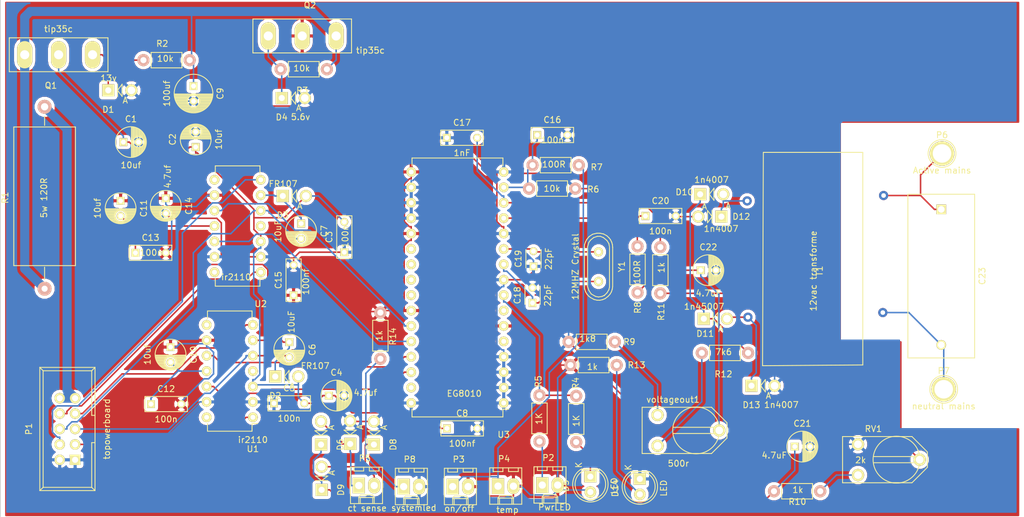
<source format=kicad_pcb>
(kicad_pcb (version 4) (host pcbnew 4.0.3+e1-6302~38~ubuntu14.04.1-stable)
  (layers (0 F.Cu signal) (31 B.Cu signal) (34 B.Paste user) (35 F.Paste user) (36 B.SilkS user) (37 F.SilkS user) (38 B.Mask user hide) (39 F.Mask user hide) (44 Edge.Cuts user hide))
  (net 0 "")
  (net 1 +12V)
  (net 2 GND)
  (net 3 "Net-(C6-Pad1)")
  (net 4 "Net-(C6-Pad2)")
  (net 5 "Net-(C7-Pad1)")
  (net 6 "Net-(C7-Pad2)")
  (net 7 /24vin)
  (net 8 +5V)
  (net 9 "Net-(C10-Pad2)")
  (net 10 "Net-(C11-Pad2)")
  (net 11 "Net-(C16-Pad1)")
  (net 12 "Net-(C17-Pad2)")
  (net 13 "Net-(C18-Pad1)")
  (net 14 "Net-(C19-Pad2)")
  (net 15 "Net-(C20-Pad1)")
  (net 16 "Net-(C21-Pad1)")
  (net 17 "Net-(C22-Pad1)")
  (net 18 "Net-(C23-Pad1)")
  (net 19 "Net-(C23-Pad2)")
  (net 20 "Net-(D1-Pad1)")
  (net 21 "Net-(D4-Pad1)")
  (net 22 "Net-(D5-Pad1)")
  (net 23 "Net-(D6-Pad2)")
  (net 24 "Net-(D8-Pad1)")
  (net 25 "Net-(D10-Pad2)")
  (net 26 "Net-(D10-Pad1)")
  (net 27 "Net-(D11-Pad2)")
  (net 28 "Net-(D14-Pad2)")
  (net 29 "Net-(P1-Pad3)")
  (net 30 "Net-(P1-Pad4)")
  (net 31 "Net-(P1-Pad7)")
  (net 32 "Net-(P1-Pad8)")
  (net 33 +48V)
  (net 34 "Net-(P2-Pad1)")
  (net 35 "Net-(P3-Pad1)")
  (net 36 "Net-(P8-Pad1)")
  (net 37 "Net-(R4-Pad1)")
  (net 38 "Net-(R8-Pad1)")
  (net 39 "Net-(R9-Pad2)")
  (net 40 "Net-(R10-Pad2)")
  (net 41 "Net-(R12-Pad2)")
  (net 42 "Net-(U1-Pad10)")
  (net 43 "Net-(U1-Pad12)")
  (net 44 "Net-(U2-Pad10)")
  (net 45 "Net-(U2-Pad12)")
  (module Capacitors_ThroughHole:C_Radial_D5_L6_P2.5 (layer F.Cu) (at 116.205 91.3892)
    (fp_text reference C1 (at 1.25 -3.8) (layer F.SilkS))
    (fp_text value 10uf (at 1.25 3.8) (layer F.SilkS))
    (pad 1 thru_hole rect (at 0 0) (size 1.3 1.3) (drill 0.8) (layers *.Cu *.Mask F.SilkS) (net 1 +12V))
    (pad 2 thru_hole circle (at 2.5 0) (size 1.3 1.3) (drill 0.8) (layers *.Cu *.Mask F.SilkS) (net 2 GND))
  )
  (module Capacitors_ThroughHole:C_Radial_D5_L6_P2.5 (layer F.Cu) (at 128.118 92.202 90)
    (fp_text reference C2 (at 1.25 -3.8 90) (layer F.SilkS))
    (fp_text value 10uf (at 1.25 3.8 90) (layer F.SilkS))
    (pad 1 thru_hole rect (at 0 0 90) (size 1.3 1.3) (drill 0.8) (layers *.Cu *.Mask F.SilkS) (net 1 +12V))
    (pad 2 thru_hole circle (at 2.5 0 90) (size 1.3 1.3) (drill 0.8) (layers *.Cu *.Mask F.SilkS) (net 2 GND))
  )
  (module Capacitors_ThroughHole:C_Rect_L7_W2.5_P5 (layer F.Cu) (at 152.603 109.55 90)
    (fp_text reference C3 (at 2.5 -2.5 90) (layer F.SilkS))
    (fp_text value 100n (at 2.5906 0.1526 90) (layer F.SilkS))
    (pad 1 thru_hole rect (at 0 0 90) (size 1.3 1.3) (drill 0.8) (layers *.Cu *.Mask F.SilkS) (net 2 GND))
    (pad 2 thru_hole circle (at 5 0 90) (size 1.3 1.3) (drill 0.8) (layers *.Cu *.Mask F.SilkS) (net 1 +12V))
  )
  (module Capacitors_ThroughHole:C_Radial_D5_L6_P2.5 (layer F.Cu) (at 150.063 133.198)
    (fp_text reference C4 (at 1.25 -3.8) (layer F.SilkS))
    (fp_text value 4.7uf (at 6.02 -0.483) (layer F.SilkS))
    (pad 1 thru_hole rect (at 0 0) (size 1.3 1.3) (drill 0.8) (layers *.Cu *.Mask F.SilkS) (net 1 +12V))
    (pad 2 thru_hole circle (at 2.5 0) (size 1.3 1.3) (drill 0.8) (layers *.Cu *.Mask F.SilkS) (net 2 GND))
  )
  (module Capacitors_ThroughHole:C_Rect_L7_W2.5_P5 (layer F.Cu) (at 141.021 134.468)
    (fp_text reference C5 (at 2.5 -2.5) (layer F.SilkS))
    (fp_text value 100n (at 2.5 2.5) (layer F.SilkS))
    (pad 1 thru_hole rect (at 0 0) (size 1.3 1.3) (drill 0.8) (layers *.Cu *.Mask F.SilkS) (net 2 GND))
    (pad 2 thru_hole circle (at 5 0) (size 1.3 1.3) (drill 0.8) (layers *.Cu *.Mask F.SilkS) (net 1 +12V))
  )
  (module Capacitors_ThroughHole:C_Radial_D5_L6_P2.5 (layer F.Cu) (at 143.535 124.384 270)
    (fp_text reference C6 (at 1.25 -3.8 270) (layer F.SilkS))
    (fp_text value 10uF (at -3.353 -0.356 270) (layer F.SilkS))
    (pad 1 thru_hole rect (at 0 0 270) (size 1.3 1.3) (drill 0.8) (layers *.Cu *.Mask F.SilkS) (net 3 "Net-(C6-Pad1)"))
    (pad 2 thru_hole circle (at 2.5 0 270) (size 1.3 1.3) (drill 0.8) (layers *.Cu *.Mask F.SilkS) (net 4 "Net-(C6-Pad2)"))
  )
  (module Capacitors_ThroughHole:C_Radial_D5_L6_P2.5 (layer F.Cu) (at 145.491 104.826 270)
    (fp_text reference C7 (at 1.25 -3.8 270) (layer F.SilkS))
    (fp_text value 10uF (at 1.25 3.8 270) (layer F.SilkS))
    (pad 1 thru_hole rect (at 0 0 270) (size 1.3 1.3) (drill 0.8) (layers *.Cu *.Mask F.SilkS) (net 5 "Net-(C7-Pad1)"))
    (pad 2 thru_hole circle (at 2.5 0 270) (size 1.3 1.3) (drill 0.8) (layers *.Cu *.Mask F.SilkS) (net 6 "Net-(C7-Pad2)"))
  )
  (module Capacitors_ThroughHole:C_Rect_L7_W2.5_P5 (layer F.Cu) (at 169.52 138.608)
    (fp_text reference C8 (at 2.5 -2.5) (layer F.SilkS))
    (fp_text value 100nf (at 2.5 2.5) (layer F.SilkS))
    (pad 1 thru_hole rect (at 0 0) (size 1.3 1.3) (drill 0.8) (layers *.Cu *.Mask F.SilkS) (net 1 +12V))
    (pad 2 thru_hole circle (at 5 0) (size 1.3 1.3) (drill 0.8) (layers *.Cu *.Mask F.SilkS) (net 2 GND))
  )
  (module Capacitors_ThroughHole:C_Radial_D6.3_L11.2_P2.5 (layer F.Cu) (at 127.762 82.1436 270)
    (fp_text reference C9 (at 1.25 -4.4 270) (layer F.SilkS))
    (fp_text value 100uf (at 1.25 4.4 270) (layer F.SilkS))
    (pad 2 thru_hole circle (at 2.5 0 270) (size 1.3 1.3) (drill 0.8) (layers *.Cu *.Mask F.SilkS) (net 2 GND))
    (pad 1 thru_hole rect (at 0 0 270) (size 1.3 1.3) (drill 0.8) (layers *.Cu *.Mask F.SilkS) (net 7 /24vin))
  )
  (module Capacitors_ThroughHole:C_Radial_D5_L11_P2.5 (layer F.Cu) (at 123.977 125.197 270)
    (fp_text reference C10 (at 1.25 -3.8 270) (layer F.SilkS))
    (fp_text value 10uf (at 1.25 3.8 270) (layer F.SilkS))
    (pad 1 thru_hole rect (at 0 0 270) (size 1.3 1.3) (drill 0.8) (layers *.Cu *.Mask F.SilkS) (net 8 +5V))
    (pad 2 thru_hole circle (at 2.5 0 270) (size 1.3 1.3) (drill 0.8) (layers *.Cu *.Mask F.SilkS) (net 9 "Net-(C10-Pad2)"))
  )
  (module Capacitors_ThroughHole:C_Radial_D5_L11_P2.5 (layer F.Cu) (at 115.748 101.067 270)
    (fp_text reference C11 (at 1.25 -3.8 270) (layer F.SilkS))
    (fp_text value 10uf (at 1.25 3.8 270) (layer F.SilkS))
    (pad 1 thru_hole rect (at 0 0 270) (size 1.3 1.3) (drill 0.8) (layers *.Cu *.Mask F.SilkS) (net 8 +5V))
    (pad 2 thru_hole circle (at 2.5 0 270) (size 1.3 1.3) (drill 0.8) (layers *.Cu *.Mask F.SilkS) (net 10 "Net-(C11-Pad2)"))
  )
  (module Capacitors_ThroughHole:C_Rect_L7_W2.5_P5 (layer F.Cu) (at 120.752 134.595)
    (fp_text reference C12 (at 2.5 -2.5) (layer F.SilkS))
    (fp_text value 100n (at 2.5 2.5) (layer F.SilkS))
    (pad 1 thru_hole rect (at 0 0) (size 1.3 1.3) (drill 0.8) (layers *.Cu *.Mask F.SilkS) (net 9 "Net-(C10-Pad2)"))
    (pad 2 thru_hole circle (at 5 0) (size 1.3 1.3) (drill 0.8) (layers *.Cu *.Mask F.SilkS) (net 8 +5V))
  )
  (module Capacitors_ThroughHole:C_Rect_L7_W2.5_P5 (layer F.Cu) (at 118.186 109.652)
    (fp_text reference C13 (at 2.5 -2.5) (layer F.SilkS))
    (fp_text value 100n (at 2.591 -0.0256) (layer F.SilkS))
    (pad 1 thru_hole rect (at 0 0) (size 1.3 1.3) (drill 0.8) (layers *.Cu *.Mask F.SilkS) (net 10 "Net-(C11-Pad2)"))
    (pad 2 thru_hole circle (at 5 0) (size 1.3 1.3) (drill 0.8) (layers *.Cu *.Mask F.SilkS) (net 8 +5V))
  )
  (module Capacitors_ThroughHole:C_Radial_D5_L6_P2.5 (layer F.Cu) (at 123.19 100.66 270)
    (fp_text reference C14 (at 1.25 -3.8 270) (layer F.SilkS))
    (fp_text value 4.7uf (at -3.5812 -0.3048 270) (layer F.SilkS))
    (pad 1 thru_hole rect (at 0 0 270) (size 1.3 1.3) (drill 0.8) (layers *.Cu *.Mask F.SilkS) (net 8 +5V))
    (pad 2 thru_hole circle (at 2.5 0 270) (size 1.3 1.3) (drill 0.8) (layers *.Cu *.Mask F.SilkS) (net 2 GND))
  )
  (module Capacitors_ThroughHole:C_Rect_L7_W2.5_P5 (layer F.Cu) (at 144.247 116.662 90)
    (fp_text reference C15 (at 2.5 -2.5 90) (layer F.SilkS))
    (fp_text value 100nf (at 2.235 2.0316 90) (layer F.SilkS))
    (pad 1 thru_hole rect (at 0 0 90) (size 1.3 1.3) (drill 0.8) (layers *.Cu *.Mask F.SilkS) (net 8 +5V))
    (pad 2 thru_hole circle (at 5 0 90) (size 1.3 1.3) (drill 0.8) (layers *.Cu *.Mask F.SilkS) (net 2 GND))
  )
  (module Capacitors_ThroughHole:C_Rect_L7_W2.5_P5 (layer F.Cu) (at 184.379 90.2208)
    (fp_text reference C16 (at 2.5 -2.5) (layer F.SilkS))
    (fp_text value 100n (at 2.5142 0.8382) (layer F.SilkS))
    (pad 1 thru_hole rect (at 0 0) (size 1.3 1.3) (drill 0.8) (layers *.Cu *.Mask F.SilkS) (net 11 "Net-(C16-Pad1)"))
    (pad 2 thru_hole circle (at 5 0) (size 1.3 1.3) (drill 0.8) (layers *.Cu *.Mask F.SilkS) (net 2 GND))
  )
  (module Capacitors_ThroughHole:C_Rect_L7_W2.5_P5 (layer F.Cu) (at 169.494 90.678)
    (fp_text reference C17 (at 2.5 -2.5) (layer F.SilkS))
    (fp_text value 1nF (at 2.5 2.5) (layer F.SilkS))
    (pad 1 thru_hole rect (at 0 0) (size 1.3 1.3) (drill 0.8) (layers *.Cu *.Mask F.SilkS) (net 2 GND))
    (pad 2 thru_hole circle (at 5 0) (size 1.3 1.3) (drill 0.8) (layers *.Cu *.Mask F.SilkS) (net 12 "Net-(C17-Pad2)"))
  )
  (module Capacitors_ThroughHole:C_Disc_D3_P2.5 (layer F.Cu) (at 183.617 117.907 90)
    (fp_text reference C18 (at 1.25 -2.5 90) (layer F.SilkS))
    (fp_text value 22pF (at 1.25 2.5 90) (layer F.SilkS))
    (pad 1 thru_hole rect (at 0 0 90) (size 1.3 1.3) (drill 0.8) (layers *.Cu *.Mask F.SilkS) (net 13 "Net-(C18-Pad1)"))
    (pad 2 thru_hole circle (at 2.5 0 90) (size 1.3 1.3) (drill 0.8001) (layers *.Cu *.Mask F.SilkS) (net 2 GND))
  )
  (module Capacitors_ThroughHole:C_Disc_D3_P2.5 (layer F.Cu) (at 183.769 111.887 90)
    (fp_text reference C19 (at 1.25 -2.5 90) (layer F.SilkS))
    (fp_text value 22pF (at 1.25 2.5 90) (layer F.SilkS))
    (pad 1 thru_hole rect (at 0 0 90) (size 1.3 1.3) (drill 0.8) (layers *.Cu *.Mask F.SilkS) (net 2 GND))
    (pad 2 thru_hole circle (at 2.5 0 90) (size 1.3 1.3) (drill 0.8001) (layers *.Cu *.Mask F.SilkS) (net 14 "Net-(C19-Pad2)"))
  )
  (module Capacitors_ThroughHole:C_Rect_L7_W2.5_P5 (layer F.Cu) (at 202.209 103.581)
    (fp_text reference C20 (at 2.5 -2.5) (layer F.SilkS))
    (fp_text value 100n (at 2.5 2.5) (layer F.SilkS))
    (pad 1 thru_hole rect (at 0 0) (size 1.3 1.3) (drill 0.8) (layers *.Cu *.Mask F.SilkS) (net 15 "Net-(C20-Pad1)"))
    (pad 2 thru_hole circle (at 5 0) (size 1.3 1.3) (drill 0.8) (layers *.Cu *.Mask F.SilkS) (net 2 GND))
  )
  (module Capacitors_ThroughHole:C_Radial_D5_L6_P2.5 (layer F.Cu) (at 226.822 141.605)
    (fp_text reference C21 (at 1.25 -3.8) (layer F.SilkS))
    (fp_text value 4.7uF (at -3.3782 1.4478) (layer F.SilkS))
    (pad 1 thru_hole rect (at 0 0) (size 1.3 1.3) (drill 0.8) (layers *.Cu *.Mask F.SilkS) (net 16 "Net-(C21-Pad1)"))
    (pad 2 thru_hole circle (at 2.5 0) (size 1.3 1.3) (drill 0.8) (layers *.Cu *.Mask F.SilkS) (net 2 GND))
  )
  (module Capacitors_ThroughHole:C_Radial_D5_L6_P2.5 (layer F.Cu) (at 211.328 112.522)
    (fp_text reference C22 (at 1.25 -3.8) (layer F.SilkS))
    (fp_text value 4.7uF (at 1.25 3.8) (layer F.SilkS))
    (pad 1 thru_hole rect (at 0 0) (size 1.3 1.3) (drill 0.8) (layers *.Cu *.Mask F.SilkS) (net 17 "Net-(C22-Pad1)"))
    (pad 2 thru_hole circle (at 2.5 0) (size 1.3 1.3) (drill 0.8) (layers *.Cu *.Mask F.SilkS) (net 2 GND))
  )
  (module Diodes_ThroughHole:Diode_DO-41_SOD81_Vertical_AnodeUp (layer F.Cu) (at 113.716 82.8548)
    (fp_text reference D1 (at 0 3.175) (layer F.SilkS))
    (fp_text value 13v (at 0.05 -2) (layer F.SilkS))
    (fp_text user A (at 2.794 1.651) (layer F.SilkS))
    (pad 2 thru_hole circle (at 3.81 0) (size 1.99898 1.99898) (drill 1.27) (layers *.Cu *.Mask F.SilkS) (net 2 GND))
    (pad 1 thru_hole rect (at 0 0) (size 1.99898 1.99898) (drill 1.00076) (layers *.Cu *.Mask F.SilkS) (net 20 "Net-(D1-Pad1)"))
  )
  (module Diodes_ThroughHole:Diode_DO-41_SOD81_Vertical_AnodeUp (layer F.Cu) (at 141.224 130.048)
    (fp_text reference D2 (at 0 3.175) (layer F.SilkS))
    (fp_text value FR107 (at 6.5786 -1.7526) (layer F.SilkS))
    (fp_text user A (at 2.794 1.651) (layer F.SilkS))
    (pad 2 thru_hole circle (at 3.81 0) (size 1.99898 1.99898) (drill 1.27) (layers *.Cu *.Mask F.SilkS) (net 1 +12V))
    (pad 1 thru_hole rect (at 0 0) (size 1.99898 1.99898) (drill 1.00076) (layers *.Cu *.Mask F.SilkS) (net 3 "Net-(C6-Pad1)"))
  )
  (module Diodes_ThroughHole:Diode_DO-41_SOD81_Vertical_AnodeUp (layer F.Cu) (at 142.469 100.279)
    (fp_text reference D3 (at 0 3.175) (layer F.SilkS))
    (fp_text value FR107 (at 0.05 -2) (layer F.SilkS))
    (fp_text user A (at 2.794 1.651) (layer F.SilkS))
    (pad 2 thru_hole circle (at 3.81 0) (size 1.99898 1.99898) (drill 1.27) (layers *.Cu *.Mask F.SilkS) (net 1 +12V))
    (pad 1 thru_hole rect (at 0 0) (size 1.99898 1.99898) (drill 1.00076) (layers *.Cu *.Mask F.SilkS) (net 5 "Net-(C7-Pad1)"))
  )
  (module Diodes_ThroughHole:Diode_DO-41_SOD81_Vertical_AnodeUp (layer F.Cu) (at 142.291 84.1248)
    (fp_text reference D4 (at 0 3.175) (layer F.SilkS))
    (fp_text value 5.6v (at 3.0986 3.1242) (layer F.SilkS))
    (fp_text user A (at 2.794 1.651) (layer F.SilkS))
    (pad 2 thru_hole circle (at 3.81 0) (size 1.99898 1.99898) (drill 1.27) (layers *.Cu *.Mask F.SilkS) (net 2 GND))
    (pad 1 thru_hole rect (at 0 0) (size 1.99898 1.99898) (drill 1.00076) (layers *.Cu *.Mask F.SilkS) (net 21 "Net-(D4-Pad1)"))
  )
  (module LEDs:LED-5MM (layer F.Cu) (at 193.142 146.558 270)
    (fp_text reference D5 (at 1.524 4.064 270) (layer F.SilkS))
    (fp_text value LED (at 1.524 -3.937 270) (layer F.SilkS))
    (fp_text user K (at -1.905 1.905 270) (layer F.SilkS))
    (pad 1 thru_hole rect (at 0 0) (size 2 1.9) (drill 1.00076) (layers *.Cu *.Mask F.SilkS) (net 22 "Net-(D5-Pad1)"))
    (pad 2 thru_hole circle (at 2.54 0 270) (size 1.9 1.9) (drill 1.00076) (layers *.Cu *.Mask F.SilkS) (net 8 +5V))
  )
  (module Diodes_ThroughHole:Diode_DO-41_SOD81_Vertical_AnodeUp (layer F.Cu) (at 148.768 141.275 90)
    (fp_text reference D6 (at 0 3.175 90) (layer F.SilkS))
    (fp_text value D)
    (fp_text user A (at 2.794 1.651 90) (layer F.SilkS))
    (pad 2 thru_hole circle (at 3.81 0 90) (size 1.99898 1.99898) (drill 1.27) (layers *.Cu *.Mask F.SilkS) (net 23 "Net-(D6-Pad2)"))
    (pad 1 thru_hole rect (at 0 0 90) (size 1.99898 1.99898) (drill 1.00076) (layers *.Cu *.Mask F.SilkS) (net 16 "Net-(C21-Pad1)"))
  )
  (module Diodes_ThroughHole:Diode_DO-41_SOD81_Vertical_AnodeUp (layer F.Cu) (at 153.568 141.173 90)
    (fp_text reference D7 (at 0 3.175 90) (layer F.SilkS))
    (fp_text value D)
    (fp_text user A (at 2.794 1.651 90) (layer F.SilkS))
    (pad 2 thru_hole circle (at 3.81 0 90) (size 1.99898 1.99898) (drill 1.27) (layers *.Cu *.Mask F.SilkS) (net 2 GND))
    (pad 1 thru_hole rect (at 0 0 90) (size 1.99898 1.99898) (drill 1.00076) (layers *.Cu *.Mask F.SilkS) (net 23 "Net-(D6-Pad2)"))
  )
  (module Diodes_ThroughHole:Diode_DO-41_SOD81_Vertical_AnodeUp (layer F.Cu) (at 157.48 141.275 90)
    (fp_text reference D8 (at 0 3.175 90) (layer F.SilkS))
    (fp_text value D)
    (fp_text user A (at 2.794 1.651 90) (layer F.SilkS))
    (pad 2 thru_hole circle (at 3.81 0 90) (size 1.99898 1.99898) (drill 1.27) (layers *.Cu *.Mask F.SilkS) (net 2 GND))
    (pad 1 thru_hole rect (at 0 0 90) (size 1.99898 1.99898) (drill 1.00076) (layers *.Cu *.Mask F.SilkS) (net 24 "Net-(D8-Pad1)"))
  )
  (module Diodes_ThroughHole:Diode_DO-41_SOD81_Vertical_AnodeUp (layer F.Cu) (at 148.869 148.742 90)
    (fp_text reference D9 (at 0 3.175 90) (layer F.SilkS))
    (fp_text value D)
    (fp_text user A (at 2.794 1.651 90) (layer F.SilkS))
    (pad 2 thru_hole circle (at 3.81 0 90) (size 1.99898 1.99898) (drill 1.27) (layers *.Cu *.Mask F.SilkS) (net 24 "Net-(D8-Pad1)"))
    (pad 1 thru_hole rect (at 0 0 90) (size 1.99898 1.99898) (drill 1.00076) (layers *.Cu *.Mask F.SilkS) (net 16 "Net-(C21-Pad1)"))
  )
  (module Diodes_ThroughHole:Diode_DO-41_SOD81_Vertical_AnodeUp (layer F.Cu) (at 211.226 99.9998)
    (fp_text reference D10 (at -2.5904 -0.3556) (layer F.SilkS))
    (fp_text value 1n4007 (at 1.88 -2.3876) (layer F.SilkS))
    (fp_text user A (at 4.6232 1.9304) (layer F.SilkS))
    (pad 2 thru_hole circle (at 3.81 0) (size 1.99898 1.99898) (drill 1.27) (layers *.Cu *.Mask F.SilkS) (net 25 "Net-(D10-Pad2)"))
    (pad 1 thru_hole rect (at 0 0) (size 1.99898 1.99898) (drill 1.00076) (layers *.Cu *.Mask F.SilkS) (net 26 "Net-(D10-Pad1)"))
  )
  (module Diodes_ThroughHole:Diode_DO-41_SOD81_Vertical_AnodeUp (layer F.Cu) (at 211.836 120.523)
    (fp_text reference D11 (at 0.2286 2.4638) (layer F.SilkS))
    (fp_text value 1n45007 (at 0.05 -2) (layer F.SilkS))
    (fp_text user A (at 2.794 1.651) (layer F.SilkS))
    (pad 2 thru_hole circle (at 3.81 0) (size 1.99898 1.99898) (drill 1.27) (layers *.Cu *.Mask F.SilkS) (net 27 "Net-(D11-Pad2)"))
    (pad 1 thru_hole rect (at 0 0) (size 1.99898 1.99898) (drill 1.00076) (layers *.Cu *.Mask F.SilkS) (net 26 "Net-(D10-Pad1)"))
  )
  (module Diodes_ThroughHole:Diode_DO-41_SOD81_Vertical_AnodeUp (layer F.Cu) (at 214.732 103.683 180)
    (fp_text reference D12 (at -3.2762 0.0002 180) (layer F.SilkS))
    (fp_text value 1n4007 (at 0.05 -2 180) (layer F.SilkS))
    (fp_text user A (at 2.794 1.651 180) (layer F.SilkS))
    (pad 2 thru_hole circle (at 3.81 0 180) (size 1.99898 1.99898) (drill 1.27) (layers *.Cu *.Mask F.SilkS) (net 2 GND))
    (pad 1 thru_hole rect (at 0 0 180) (size 1.99898 1.99898) (drill 1.00076) (layers *.Cu *.Mask F.SilkS) (net 25 "Net-(D10-Pad2)"))
  )
  (module Diodes_ThroughHole:Diode_DO-41_SOD81_Vertical_AnodeUp (layer F.Cu) (at 219.685 131.572)
    (fp_text reference D13 (at 0 3.175) (layer F.SilkS))
    (fp_text value 1n4007 (at 4.9272 3.1496) (layer F.SilkS))
    (fp_text user A (at 2.794 1.651) (layer F.SilkS))
    (pad 2 thru_hole circle (at 3.81 0) (size 1.99898 1.99898) (drill 1.27) (layers *.Cu *.Mask F.SilkS) (net 2 GND))
    (pad 1 thru_hole rect (at 0 0) (size 1.99898 1.99898) (drill 1.00076) (layers *.Cu *.Mask F.SilkS) (net 27 "Net-(D11-Pad2)"))
  )
  (module LEDs:LED-5MM (layer F.Cu) (at 201.295 146.939 270)
    (fp_text reference D14 (at 1.524 4.064 270) (layer F.SilkS))
    (fp_text value LED (at 1.524 -3.937 270) (layer F.SilkS))
    (fp_text user K (at -1.905 1.905 270) (layer F.SilkS))
    (pad 1 thru_hole rect (at 0 0) (size 2 1.9) (drill 1.00076) (layers *.Cu *.Mask F.SilkS) (net 2 GND))
    (pad 2 thru_hole circle (at 2.54 0 270) (size 1.9 1.9) (drill 1.00076) (layers *.Cu *.Mask F.SilkS) (net 28 "Net-(D14-Pad2)"))
  )
  (module Connect:IDC_Header_Straight_10pins (layer F.Cu) (at 108.255 143.789 90)
    (fp_text reference P1 (at 5.08 -7.62 90) (layer F.SilkS))
    (fp_text value topowerboard (at 5.08 5.223 90) (layer F.SilkS))
    (pad 1 thru_hole rect (at 0 0 90) (size 1.7272 1.7272) (drill 1.016) (layers *.Cu *.Mask F.SilkS) (net 2 GND))
    (pad 2 thru_hole oval (at 0 -2.54 90) (size 1.7272 1.7272) (drill 1.016) (layers *.Cu *.Mask F.SilkS) (net 2 GND))
    (pad 3 thru_hole oval (at 2.54 0 90) (size 1.7272 1.7272) (drill 1.016) (layers *.Cu *.Mask F.SilkS) (net 29 "Net-(P1-Pad3)"))
    (pad 4 thru_hole oval (at 2.54 -2.54 90) (size 1.7272 1.7272) (drill 1.016) (layers *.Cu *.Mask F.SilkS) (net 30 "Net-(P1-Pad4)"))
    (pad 5 thru_hole oval (at 5.08 0 90) (size 1.7272 1.7272) (drill 1.016) (layers *.Cu *.Mask F.SilkS) (net 4 "Net-(C6-Pad2)"))
    (pad 6 thru_hole oval (at 5.08 -2.54 90) (size 1.7272 1.7272) (drill 1.016) (layers *.Cu *.Mask F.SilkS) (net 6 "Net-(C7-Pad2)"))
    (pad 7 thru_hole oval (at 7.62 0 90) (size 1.7272 1.7272) (drill 1.016) (layers *.Cu *.Mask F.SilkS) (net 31 "Net-(P1-Pad7)"))
    (pad 8 thru_hole oval (at 7.62 -2.54 90) (size 1.7272 1.7272) (drill 1.016) (layers *.Cu *.Mask F.SilkS) (net 32 "Net-(P1-Pad8)"))
    (pad 9 thru_hole oval (at 10.16 0 90) (size 1.7272 1.7272) (drill 1.016) (layers *.Cu *.Mask F.SilkS) (net 33 +48V))
    (pad 10 thru_hole oval (at 10.16 -2.54 90) (size 1.7272 1.7272) (drill 1.016) (layers *.Cu *.Mask F.SilkS) (net 33 +48V))
  )
  (module Connectors_Molex:Molex_KK-6410-02_02x2.54mm_Straight (layer F.Cu) (at 185.217 147.955)
    (fp_text reference P2 (at 1 -4.5) (layer F.SilkS))
    (fp_text value PwrLED (at 2.0318 3.6576) (layer F.SilkS))
    (pad 1 thru_hole rect (at 0 0) (size 2 2.6) (drill 1.2) (layers *.Cu *.Mask F.SilkS) (net 34 "Net-(P2-Pad1)"))
    (pad 2 thru_hole oval (at 2.54 0) (size 2 2.6) (drill 1.2) (layers *.Cu *.Mask F.SilkS) (net 8 +5V))
  )
  (module Connectors_Molex:Molex_KK-6410-02_02x2.54mm_Straight (layer F.Cu) (at 170.459 148.209)
    (fp_text reference P3 (at 1 -4.5) (layer F.SilkS))
    (fp_text value on/off (at 1.0926 3.6068) (layer F.SilkS))
    (pad 1 thru_hole rect (at 0 0) (size 2 2.6) (drill 1.2) (layers *.Cu *.Mask F.SilkS) (net 35 "Net-(P3-Pad1)"))
    (pad 2 thru_hole oval (at 2.54 0) (size 2 2.6) (drill 1.2) (layers *.Cu *.Mask F.SilkS) (net 8 +5V))
  )
  (module Connectors_Molex:Molex_KK-6410-02_02x2.54mm_Straight (layer F.Cu) (at 177.927 148.133)
    (fp_text reference P4 (at 1 -4.5) (layer F.SilkS))
    (fp_text value temp (at 1.5494 3.9114) (layer F.SilkS))
    (pad 1 thru_hole rect (at 0 0) (size 2 2.6) (drill 1.2) (layers *.Cu *.Mask F.SilkS) (net 35 "Net-(P3-Pad1)"))
    (pad 2 thru_hole oval (at 2.54 0) (size 2 2.6) (drill 1.2) (layers *.Cu *.Mask F.SilkS) (net 8 +5V))
  )
  (module Connectors_Molex:Molex_KK-6410-02_02x2.54mm_Straight (layer F.Cu) (at 154.991 148.031)
    (fp_text reference P5 (at 1 -4.5) (layer F.SilkS))
    (fp_text value "ct sense" (at 1.3714 3.734) (layer F.SilkS))
    (pad 1 thru_hole rect (at 0 0) (size 2 2.6) (drill 1.2) (layers *.Cu *.Mask F.SilkS) (net 23 "Net-(D6-Pad2)"))
    (pad 2 thru_hole oval (at 2.54 0) (size 2 2.6) (drill 1.2) (layers *.Cu *.Mask F.SilkS) (net 24 "Net-(D8-Pad1)"))
  )
  (module Connect:1pin (layer F.Cu) (at 251.079 93.2688)
    (fp_text reference P6 (at 0 -3.048) (layer F.SilkS))
    (fp_text value "Active mains" (at 0 2.794) (layer F.SilkS))
    (pad 1 thru_hole circle (at 0 0) (size 4.064 4.064) (drill 3.048) (layers *.Cu *.Mask F.SilkS) (net 18 "Net-(C23-Pad1)"))
  )
  (module Connect:1pin (layer F.Cu) (at 251.358 132.156)
    (fp_text reference P7 (at 0 -3.048) (layer F.SilkS))
    (fp_text value "neutral mains" (at 0 2.794) (layer F.SilkS))
    (pad 1 thru_hole circle (at 0 0) (size 4.064 4.064) (drill 3.048) (layers *.Cu *.Mask F.SilkS) (net 19 "Net-(C23-Pad2)"))
  )
  (module Connectors_Molex:Molex_KK-6410-02_02x2.54mm_Straight (layer F.Cu) (at 162.382 148.209)
    (fp_text reference P8 (at 1 -4.5) (layer F.SilkS))
    (fp_text value systemled (at 1.6766 3.5052) (layer F.SilkS))
    (pad 1 thru_hole rect (at 0 0) (size 2 2.6) (drill 1.2) (layers *.Cu *.Mask F.SilkS) (net 36 "Net-(P8-Pad1)"))
    (pad 2 thru_hole oval (at 2.54 0) (size 2 2.6) (drill 1.2) (layers *.Cu *.Mask F.SilkS) (net 2 GND))
  )
  (module TO_SOT_Packages_THT:TO-247_Vertical_Neutral123 (layer F.Cu) (at 105.537 76.9874 180)
    (fp_text reference Q1 (at 1.27 -5.08 180) (layer F.SilkS))
    (fp_text value tip35c (at 0.0254 4.2418 180) (layer F.SilkS))
    (pad 2 thru_hole oval (at 0 0 270) (size 4.50088 2.49936) (drill 1.50114) (layers *.Cu *.Mask F.SilkS) (net 1 +12V))
    (pad 1 thru_hole oval (at -5.588 0 270) (size 4.50088 2.49936) (drill 1.50114) (layers *.Cu *.Mask F.SilkS) (net 20 "Net-(D1-Pad1)"))
    (pad 3 thru_hole oval (at 5.588 0 270) (size 4.50088 2.49936) (drill 1.50114) (layers *.Cu *.Mask F.SilkS) (net 7 /24vin))
  )
  (module TO_SOT_Packages_THT:TO-247_Vertical_Neutral123 (layer F.Cu) (at 145.669 73.8886)
    (fp_text reference Q2 (at 1.27 -5.08) (layer F.SilkS))
    (fp_text value tip35c (at 11.2268 2.3876) (layer F.SilkS))
    (pad 2 thru_hole oval (at 0 0 90) (size 4.50088 2.49936) (drill 1.50114) (layers *.Cu *.Mask F.SilkS) (net 8 +5V))
    (pad 1 thru_hole oval (at -5.588 0 90) (size 4.50088 2.49936) (drill 1.50114) (layers *.Cu *.Mask F.SilkS) (net 21 "Net-(D4-Pad1)"))
    (pad 3 thru_hole oval (at 5.588 0 90) (size 4.50088 2.49936) (drill 1.50114) (layers *.Cu *.Mask F.SilkS) (net 7 /24vin))
  )
  (module Resistors_ThroughHole:Resistor_Horizontal_RM30mm (layer F.Cu) (at 103.226 115.57 90)
    (fp_text reference R1 (at 15 -6.49986 90) (layer F.SilkS))
    (fp_text value "5w 120R" (at 14.986 -0.102 90) (layer F.SilkS))
    (pad 1 thru_hole circle (at 0 0 90) (size 2.30124 2.30124) (drill 1.00076) (layers *.Cu *.SilkS *.Mask) (net 7 /24vin))
    (pad 2 thru_hole circle (at 30 0 90) (size 2.30124 2.30124) (drill 1.19888) (layers *.Cu *.SilkS *.Mask) (net 33 +48V))
  )
  (module Resistors_ThroughHole:Resistor_Horizontal_RM7mm (layer F.Cu) (at 127.127 77.8764 180)
    (fp_text reference R2 (at 4.5212 2.7178 180) (layer F.SilkS))
    (fp_text value 10k (at 4.0132 0.254 180) (layer F.SilkS))
    (pad 1 thru_hole circle (at 0 0 180) (size 1.99898 1.99898) (drill 1.00076) (layers *.Cu *.SilkS *.Mask) (net 7 /24vin))
    (pad 2 thru_hole circle (at 7.62 0 180) (size 1.99898 1.99898) (drill 1.00076) (layers *.Cu *.SilkS *.Mask) (net 20 "Net-(D1-Pad1)"))
  )
  (module Resistors_ThroughHole:Resistor_Horizontal_RM7mm (layer F.Cu) (at 149.733 79.375 180)
    (fp_text reference R3 (at 4.05892 -3.50012 180) (layer F.SilkS))
    (fp_text value 10k (at 4.1402 0.1524 180) (layer F.SilkS))
    (pad 1 thru_hole circle (at 0 0 180) (size 1.99898 1.99898) (drill 1.00076) (layers *.Cu *.SilkS *.Mask) (net 7 /24vin))
    (pad 2 thru_hole circle (at 7.62 0 180) (size 1.99898 1.99898) (drill 1.00076) (layers *.Cu *.SilkS *.Mask) (net 21 "Net-(D4-Pad1)"))
  )
  (module Resistors_ThroughHole:Resistor_Horizontal_RM7mm (layer F.Cu) (at 190.805 133.248 270)
    (fp_text reference R4 (at -2.1078 0.0764 270) (layer F.SilkS))
    (fp_text value 1K (at 4.1152 -0.0252 270) (layer F.SilkS))
    (pad 1 thru_hole circle (at 0 0 270) (size 1.99898 1.99898) (drill 1.00076) (layers *.Cu *.SilkS *.Mask) (net 37 "Net-(R4-Pad1)"))
    (pad 2 thru_hole circle (at 7.62 0 270) (size 1.99898 1.99898) (drill 1.00076) (layers *.Cu *.SilkS *.Mask) (net 22 "Net-(D5-Pad1)"))
  )
  (module Resistors_ThroughHole:Resistor_Horizontal_RM7mm (layer F.Cu) (at 184.76 133.147 270)
    (fp_text reference R5 (at -2.2862 0.1782 270) (layer F.SilkS))
    (fp_text value 1K (at 3.8606 0.0766 270) (layer F.SilkS))
    (pad 1 thru_hole circle (at 0 0 270) (size 1.99898 1.99898) (drill 1.00076) (layers *.Cu *.SilkS *.Mask) (net 37 "Net-(R4-Pad1)"))
    (pad 2 thru_hole circle (at 7.62 0 270) (size 1.99898 1.99898) (drill 1.00076) (layers *.Cu *.SilkS *.Mask) (net 34 "Net-(P2-Pad1)"))
  )
  (module Resistors_ThroughHole:Resistor_Horizontal_RM7mm (layer F.Cu) (at 183.032 99.06)
    (fp_text reference R6 (at 10.5922 0.127) (layer F.SilkS))
    (fp_text value 10k (at 3.785 0) (layer F.SilkS))
    (pad 1 thru_hole circle (at 0 0) (size 1.99898 1.99898) (drill 1.00076) (layers *.Cu *.SilkS *.Mask) (net 11 "Net-(C16-Pad1)"))
    (pad 2 thru_hole circle (at 7.62 0) (size 1.99898 1.99898) (drill 1.00076) (layers *.Cu *.SilkS *.Mask) (net 2 GND))
  )
  (module Resistors_ThroughHole:Resistor_Horizontal_RM7mm (layer F.Cu) (at 191.237 95.1992 180)
    (fp_text reference R7 (at -2.946 -0.3302 180) (layer F.SilkS))
    (fp_text value 100R (at 4.1152 0.127 180) (layer F.SilkS))
    (pad 1 thru_hole circle (at 0 0 180) (size 1.99898 1.99898) (drill 1.00076) (layers *.Cu *.SilkS *.Mask) (net 35 "Net-(P3-Pad1)"))
    (pad 2 thru_hole circle (at 7.62 0 180) (size 1.99898 1.99898) (drill 1.00076) (layers *.Cu *.SilkS *.Mask) (net 11 "Net-(C16-Pad1)"))
  )
  (module Resistors_ThroughHole:Resistor_Horizontal_RM7mm (layer F.Cu) (at 204.673 116.332 90)
    (fp_text reference R8 (at -2.3622 -3.7336 90) (layer F.SilkS))
    (fp_text value 1k (at 4.2418 0.178 90) (layer F.SilkS))
    (pad 1 thru_hole circle (at 0 0 90) (size 1.99898 1.99898) (drill 1.00076) (layers *.Cu *.SilkS *.Mask) (net 38 "Net-(R8-Pad1)"))
    (pad 2 thru_hole circle (at 7.62 0 90) (size 1.99898 1.99898) (drill 1.00076) (layers *.Cu *.SilkS *.Mask) (net 12 "Net-(C17-Pad2)"))
  )
  (module Resistors_ThroughHole:Resistor_Horizontal_RM7mm (layer F.Cu) (at 189.56 124.333)
    (fp_text reference R9 (at 10.0078 0) (layer F.SilkS))
    (fp_text value 1k8 (at 3.1244 -0.508) (layer F.SilkS))
    (pad 1 thru_hole circle (at 0 0) (size 1.99898 1.99898) (drill 1.00076) (layers *.Cu *.SilkS *.Mask) (net 2 GND))
    (pad 2 thru_hole circle (at 7.62 0) (size 1.99898 1.99898) (drill 1.00076) (layers *.Cu *.SilkS *.Mask) (net 39 "Net-(R9-Pad2)"))
  )
  (module Resistors_ThroughHole:Resistor_Horizontal_RM7mm (layer F.Cu) (at 223.393 148.971)
    (fp_text reference R10 (at 3.8608 1.7272) (layer F.SilkS))
    (fp_text value 1k (at 3.937 -0.2286) (layer F.SilkS))
    (pad 1 thru_hole circle (at 0 0) (size 1.99898 1.99898) (drill 1.00076) (layers *.Cu *.SilkS *.Mask) (net 16 "Net-(C21-Pad1)"))
    (pad 2 thru_hole circle (at 7.62 0) (size 1.99898 1.99898) (drill 1.00076) (layers *.Cu *.SilkS *.Mask) (net 40 "Net-(R10-Pad2)"))
  )
  (module Resistors_ThroughHole:Resistor_Horizontal_RM7mm (layer F.Cu) (at 200.914 108.585 270)
    (fp_text reference R11 (at 10.8204 -3.8862 270) (layer F.SilkS))
    (fp_text value 100R (at 4.2418 0.0762 270) (layer F.SilkS))
    (pad 1 thru_hole circle (at 0 0 270) (size 1.99898 1.99898) (drill 1.00076) (layers *.Cu *.SilkS *.Mask) (net 15 "Net-(C20-Pad1)"))
    (pad 2 thru_hole circle (at 7.62 0 270) (size 1.99898 1.99898) (drill 1.00076) (layers *.Cu *.SilkS *.Mask) (net 17 "Net-(C22-Pad1)"))
  )
  (module Resistors_ThroughHole:Resistor_Horizontal_RM7mm (layer F.Cu) (at 219.126 126.162 180)
    (fp_text reference R12 (at 4.05892 -3.50012 180) (layer F.SilkS))
    (fp_text value 7k6 (at 4.0388 0.1526 180) (layer F.SilkS))
    (pad 1 thru_hole circle (at 0 0 180) (size 1.99898 1.99898) (drill 1.00076) (layers *.Cu *.SilkS *.Mask) (net 26 "Net-(D10-Pad1)"))
    (pad 2 thru_hole circle (at 7.62 0 180) (size 1.99898 1.99898) (drill 1.00076) (layers *.Cu *.SilkS *.Mask) (net 41 "Net-(R12-Pad2)"))
  )
  (module Resistors_ThroughHole:Resistor_Horizontal_RM7mm (layer F.Cu) (at 189.865 128.168)
    (fp_text reference R13 (at 10.8966 0.0004) (layer F.SilkS))
    (fp_text value 1k (at 3.6068 0.2798) (layer F.SilkS))
    (pad 1 thru_hole circle (at 0 0) (size 1.99898 1.99898) (drill 1.00076) (layers *.Cu *.SilkS *.Mask) (net 8 +5V))
    (pad 2 thru_hole circle (at 7.62 0) (size 1.99898 1.99898) (drill 1.00076) (layers *.Cu *.SilkS *.Mask) (net 28 "Net-(D14-Pad2)"))
  )
  (module Resistors_ThroughHole:Resistor_Horizontal_RM7mm (layer F.Cu) (at 158.547 119.507 270)
    (fp_text reference R14 (at 3.937 -2.0572 270) (layer F.SilkS))
    (fp_text value 1k (at 3.81 0.178 270) (layer F.SilkS))
    (pad 1 thru_hole circle (at 0 0 270) (size 1.99898 1.99898) (drill 1.00076) (layers *.Cu *.SilkS *.Mask) (net 8 +5V))
    (pad 2 thru_hole circle (at 7.62 0 270) (size 1.99898 1.99898) (drill 1.00076) (layers *.Cu *.SilkS *.Mask) (net 36 "Net-(P8-Pad1)"))
  )
  (module Discret:RV2X4 (layer F.Cu) (at 242.316 143.764)
    (fp_text reference RV1 (at -2.54 -5.08) (layer F.SilkS))
    (fp_text value 2k (at -4.6482 0.0762) (layer F.SilkS))
    (pad 1 thru_hole circle (at -5.08 -2.54) (size 2.032 2.032) (drill 1.27) (layers *.Cu *.Mask F.SilkS) (net 2 GND))
    (pad 2 thru_hole circle (at 5.08 0) (size 2.032 2.032) (drill 1.27) (layers *.Cu *.Mask F.SilkS) (net 38 "Net-(R8-Pad1)"))
    (pad 3 thru_hole circle (at -5.08 2.54) (size 2.032 2.032) (drill 1.27) (layers *.Cu *.Mask F.SilkS) (net 40 "Net-(R10-Pad2)"))
  )
  (module ozinverterkicad:3wtransformer (layer F.Cu) (at 230.403 112.649 90)
    (fp_text reference T1 (at 0 0.5 90) (layer F.SilkS))
    (fp_text value "12vac transforme" (at 0 -0.5 90) (layer F.SilkS))
    (pad 1 thru_hole circle (at -7.62 -11.303 90) (size 1.524 1.524) (drill 0.762) (layers *.Cu *.Mask) (net 27 "Net-(D11-Pad2)"))
    (pad 2 thru_hole circle (at 11.557 -11.43 90) (size 1.524 1.524) (drill 0.762) (layers *.Cu *.Mask) (net 25 "Net-(D10-Pad2)"))
    (pad 3 thru_hole circle (at -6.858 10.922 90) (size 1.524 1.524) (drill 0.762) (layers *.Cu *.Mask) (net 19 "Net-(C23-Pad2)"))
    (pad 4 thru_hole circle (at 12.446 11.049 90) (size 1.524 1.524) (drill 0.762) (layers *.Cu *.Mask) (net 18 "Net-(C23-Pad1)"))
  )
  (module Housings_DIP:DIP-14_W7.62mm (layer F.Cu) (at 137.541 136.779 180)
    (fp_text reference U1 (at 0 -5.22 180) (layer F.SilkS))
    (fp_text value ir2110 (at 0 -3.72 180) (layer F.SilkS))
    (pad 1 thru_hole oval (at 0 0 180) (size 1.6 1.6) (drill 0.8) (layers *.Cu *.Mask F.SilkS) (net 29 "Net-(P1-Pad3)"))
    (pad 2 thru_hole oval (at 0 2.54 180) (size 1.6 1.6) (drill 0.8) (layers *.Cu *.Mask F.SilkS) (net 2 GND))
    (pad 3 thru_hole oval (at 0 5.08 180) (size 1.6 1.6) (drill 0.8) (layers *.Cu *.Mask F.SilkS) (net 1 +12V))
    (pad 4 thru_hole oval (at 0 7.62 180) (size 1.6 1.6) (drill 0.8) (layers *.Cu *.Mask F.SilkS))
    (pad 5 thru_hole oval (at 0 10.16 180) (size 1.6 1.6) (drill 0.8) (layers *.Cu *.Mask F.SilkS) (net 4 "Net-(C6-Pad2)"))
    (pad 6 thru_hole oval (at 0 12.7 180) (size 1.6 1.6) (drill 0.8) (layers *.Cu *.Mask F.SilkS) (net 3 "Net-(C6-Pad1)"))
    (pad 7 thru_hole oval (at 0 15.24 180) (size 1.6 1.6) (drill 0.8) (layers *.Cu *.Mask F.SilkS) (net 31 "Net-(P1-Pad7)"))
    (pad 8 thru_hole oval (at 7.62 15.24 180) (size 1.6 1.6) (drill 0.8) (layers *.Cu *.Mask F.SilkS))
    (pad 9 thru_hole oval (at 7.62 12.7 180) (size 1.6 1.6) (drill 0.8) (layers *.Cu *.Mask F.SilkS) (net 8 +5V))
    (pad 10 thru_hole oval (at 7.62 10.16 180) (size 1.6 1.6) (drill 0.8) (layers *.Cu *.Mask F.SilkS) (net 42 "Net-(U1-Pad10)"))
    (pad 11 thru_hole oval (at 7.62 7.62 180) (size 1.6 1.6) (drill 0.8) (layers *.Cu *.Mask F.SilkS) (net 9 "Net-(C10-Pad2)"))
    (pad 12 thru_hole oval (at 7.62 5.08 180) (size 1.6 1.6) (drill 0.8) (layers *.Cu *.Mask F.SilkS) (net 43 "Net-(U1-Pad12)"))
    (pad 13 thru_hole oval (at 7.62 2.54 180) (size 1.6 1.6) (drill 0.8) (layers *.Cu *.Mask F.SilkS) (net 2 GND))
    (pad 14 thru_hole oval (at 7.62 0 180) (size 1.6 1.6) (drill 0.8) (layers *.Cu *.Mask F.SilkS))
  )
  (module Housings_DIP:DIP-14_W7.62mm (layer F.Cu) (at 138.836 112.852 180)
    (fp_text reference U2 (at 0 -5.22 180) (layer F.SilkS))
    (fp_text value ir2110 (at 4.0636 -0.813 180) (layer F.SilkS))
    (pad 1 thru_hole oval (at 0 0 180) (size 1.6 1.6) (drill 0.8) (layers *.Cu *.Mask F.SilkS) (net 32 "Net-(P1-Pad8)"))
    (pad 2 thru_hole oval (at 0 2.54 180) (size 1.6 1.6) (drill 0.8) (layers *.Cu *.Mask F.SilkS) (net 2 GND))
    (pad 3 thru_hole oval (at 0 5.08 180) (size 1.6 1.6) (drill 0.8) (layers *.Cu *.Mask F.SilkS) (net 1 +12V))
    (pad 4 thru_hole oval (at 0 7.62 180) (size 1.6 1.6) (drill 0.8) (layers *.Cu *.Mask F.SilkS))
    (pad 5 thru_hole oval (at 0 10.16 180) (size 1.6 1.6) (drill 0.8) (layers *.Cu *.Mask F.SilkS) (net 6 "Net-(C7-Pad2)"))
    (pad 6 thru_hole oval (at 0 12.7 180) (size 1.6 1.6) (drill 0.8) (layers *.Cu *.Mask F.SilkS) (net 5 "Net-(C7-Pad1)"))
    (pad 7 thru_hole oval (at 0 15.24 180) (size 1.6 1.6) (drill 0.8) (layers *.Cu *.Mask F.SilkS) (net 30 "Net-(P1-Pad4)"))
    (pad 8 thru_hole oval (at 7.62 15.24 180) (size 1.6 1.6) (drill 0.8) (layers *.Cu *.Mask F.SilkS))
    (pad 9 thru_hole oval (at 7.62 12.7 180) (size 1.6 1.6) (drill 0.8) (layers *.Cu *.Mask F.SilkS) (net 8 +5V))
    (pad 10 thru_hole oval (at 7.62 10.16 180) (size 1.6 1.6) (drill 0.8) (layers *.Cu *.Mask F.SilkS) (net 44 "Net-(U2-Pad10)"))
    (pad 11 thru_hole oval (at 7.62 7.62 180) (size 1.6 1.6) (drill 0.8) (layers *.Cu *.Mask F.SilkS) (net 10 "Net-(C11-Pad2)"))
    (pad 12 thru_hole oval (at 7.62 5.08 180) (size 1.6 1.6) (drill 0.8) (layers *.Cu *.Mask F.SilkS) (net 45 "Net-(U2-Pad12)"))
    (pad 13 thru_hole oval (at 7.62 2.54 180) (size 1.6 1.6) (drill 0.8) (layers *.Cu *.Mask F.SilkS) (net 2 GND))
    (pad 14 thru_hole oval (at 7.62 0 180) (size 1.6 1.6) (drill 0.8) (layers *.Cu *.Mask F.SilkS))
  )
  (module Housings_DIP:DIP-32_W15.24mm (layer F.Cu) (at 178.867 134.417 180)
    (fp_text reference U3 (at 0 -5.22 180) (layer F.SilkS))
    (fp_text value EG8010 (at 6.5026 1.5496 180) (layer F.SilkS))
    (pad 1 thru_hole oval (at 0 0 180) (size 1.6 1.6) (drill 0.8) (layers *.Cu *.Mask F.SilkS) (net 2 GND))
    (pad 2 thru_hole oval (at 0 2.54 180) (size 1.6 1.6) (drill 0.8) (layers *.Cu *.Mask F.SilkS) (net 2 GND))
    (pad 3 thru_hole oval (at 0 5.08 180) (size 1.6 1.6) (drill 0.8) (layers *.Cu *.Mask F.SilkS) (net 2 GND))
    (pad 4 thru_hole oval (at 0 7.62 180) (size 1.6 1.6) (drill 0.8) (layers *.Cu *.Mask F.SilkS) (net 2 GND))
    (pad 5 thru_hole oval (at 0 10.16 180) (size 1.6 1.6) (drill 0.8) (layers *.Cu *.Mask F.SilkS))
    (pad 6 thru_hole oval (at 0 12.7 180) (size 1.6 1.6) (drill 0.8) (layers *.Cu *.Mask F.SilkS) (net 8 +5V))
    (pad 7 thru_hole oval (at 0 15.24 180) (size 1.6 1.6) (drill 0.8) (layers *.Cu *.Mask F.SilkS))
    (pad 8 thru_hole oval (at 0 17.78 180) (size 1.6 1.6) (drill 0.8) (layers *.Cu *.Mask F.SilkS) (net 37 "Net-(R4-Pad1)"))
    (pad 9 thru_hole oval (at 0 20.32 180) (size 1.6 1.6) (drill 0.8) (layers *.Cu *.Mask F.SilkS) (net 2 GND))
    (pad 10 thru_hole oval (at 0 22.86 180) (size 1.6 1.6) (drill 0.8) (layers *.Cu *.Mask F.SilkS) (net 13 "Net-(C18-Pad1)"))
    (pad 11 thru_hole oval (at 0 25.4 180) (size 1.6 1.6) (drill 0.8) (layers *.Cu *.Mask F.SilkS) (net 14 "Net-(C19-Pad2)"))
    (pad 12 thru_hole oval (at 0 27.94 180) (size 1.6 1.6) (drill 0.8) (layers *.Cu *.Mask F.SilkS) (net 2 GND))
    (pad 13 thru_hole oval (at 0 30.48 180) (size 1.6 1.6) (drill 0.8) (layers *.Cu *.Mask F.SilkS) (net 15 "Net-(C20-Pad1)"))
    (pad 14 thru_hole oval (at 0 33.02 180) (size 1.6 1.6) (drill 0.8) (layers *.Cu *.Mask F.SilkS) (net 12 "Net-(C17-Pad2)"))
    (pad 15 thru_hole oval (at 0 35.56 180) (size 1.6 1.6) (drill 0.8) (layers *.Cu *.Mask F.SilkS) (net 11 "Net-(C16-Pad1)"))
    (pad 16 thru_hole oval (at 0 38.1 180) (size 1.6 1.6) (drill 0.8) (layers *.Cu *.Mask F.SilkS) (net 2 GND))
    (pad 17 thru_hole oval (at 15.24 38.1 180) (size 1.6 1.6) (drill 0.8) (layers *.Cu *.Mask F.SilkS) (net 8 +5V))
    (pad 18 thru_hole oval (at 15.24 35.56 180) (size 1.6 1.6) (drill 0.8) (layers *.Cu *.Mask F.SilkS) (net 2 GND))
    (pad 19 thru_hole oval (at 15.24 33.02 180) (size 1.6 1.6) (drill 0.8) (layers *.Cu *.Mask F.SilkS) (net 2 GND))
    (pad 20 thru_hole oval (at 15.24 30.48 180) (size 1.6 1.6) (drill 0.8) (layers *.Cu *.Mask F.SilkS) (net 2 GND))
    (pad 21 thru_hole oval (at 15.24 27.94 180) (size 1.6 1.6) (drill 0.8) (layers *.Cu *.Mask F.SilkS) (net 8 +5V))
    (pad 22 thru_hole oval (at 15.24 25.4 180) (size 1.6 1.6) (drill 0.8) (layers *.Cu *.Mask F.SilkS))
    (pad 23 thru_hole oval (at 15.24 22.86 180) (size 1.6 1.6) (drill 0.8) (layers *.Cu *.Mask F.SilkS))
    (pad 24 thru_hole oval (at 15.24 20.32 180) (size 1.6 1.6) (drill 0.8) (layers *.Cu *.Mask F.SilkS))
    (pad 25 thru_hole oval (at 15.24 17.78 180) (size 1.6 1.6) (drill 0.8) (layers *.Cu *.Mask F.SilkS))
    (pad 26 thru_hole oval (at 15.24 15.24 180) (size 1.6 1.6) (drill 0.8) (layers *.Cu *.Mask F.SilkS) (net 8 +5V))
    (pad 27 thru_hole oval (at 15.24 12.7 180) (size 1.6 1.6) (drill 0.8) (layers *.Cu *.Mask F.SilkS) (net 44 "Net-(U2-Pad10)"))
    (pad 28 thru_hole oval (at 15.24 10.16 180) (size 1.6 1.6) (drill 0.8) (layers *.Cu *.Mask F.SilkS) (net 45 "Net-(U2-Pad12)"))
    (pad 29 thru_hole oval (at 15.24 7.62 180) (size 1.6 1.6) (drill 0.8) (layers *.Cu *.Mask F.SilkS) (net 42 "Net-(U1-Pad10)"))
    (pad 30 thru_hole oval (at 15.24 5.08 180) (size 1.6 1.6) (drill 0.8) (layers *.Cu *.Mask F.SilkS) (net 43 "Net-(U1-Pad12)"))
    (pad 31 thru_hole oval (at 15.24 2.54 180) (size 1.6 1.6) (drill 0.8) (layers *.Cu *.Mask F.SilkS))
    (pad 32 thru_hole oval (at 15.24 0 180) (size 1.6 1.6) (drill 0.8) (layers *.Cu *.Mask F.SilkS) (net 2 GND))
  )
  (module Discret:RV2X4 (layer F.Cu) (at 209.296 138.938)
    (fp_text reference voltageout1 (at -2.54 -5.08) (layer F.SilkS))
    (fp_text value 500r (at -1.651 5.461) (layer F.SilkS))
    (pad 1 thru_hole circle (at -5.08 -2.54) (size 2.032 2.032) (drill 1.27) (layers *.Cu *.Mask F.SilkS) (net 39 "Net-(R9-Pad2)"))
    (pad 2 thru_hole circle (at 5.08 0) (size 2.032 2.032) (drill 1.27) (layers *.Cu *.Mask F.SilkS) (net 17 "Net-(C22-Pad1)"))
    (pad 3 thru_hole circle (at -5.08 2.54) (size 2.032 2.032) (drill 1.27) (layers *.Cu *.Mask F.SilkS) (net 41 "Net-(R12-Pad2)"))
  )
  (module Crystals:Crystal_HC49-U_Vertical (layer F.Cu) (at 194.488 111.938 270)
    (fp_text reference Y1 (at 0 -3.81 270) (layer F.SilkS))
    (fp_text value "12MHZ Crystal" (at 0 3.81 270) (layer F.SilkS))
    (pad 1 thru_hole circle (at -2.44094 0 270) (size 1.50114 1.50114) (drill 0.8001) (layers *.Cu *.Mask F.SilkS) (net 14 "Net-(C19-Pad2)"))
    (pad 2 thru_hole circle (at 2.44094 0 270) (size 1.50114 1.50114) (drill 0.8001) (layers *.Cu *.Mask F.SilkS) (net 13 "Net-(C18-Pad1)"))
  )
  (module Capacitors_ThroughHole:C_Rect_L27_W11_P22 (layer F.Cu) (at 250.952 102.489 270)
    (fp_text reference C23 (at 11 -6.75 270) (layer F.SilkS))
    (fp_text value 2uf)
    (pad 1 thru_hole rect (at 0 0 270) (size 1.6 1.6) (drill 1.1) (layers *.Cu *.Mask F.SilkS) (net 18 "Net-(C23-Pad1)"))
    (pad 2 thru_hole circle (at 22.352 0 270) (size 1.6 1.6) (drill 1.1) (layers *.Cu *.Mask F.SilkS) (net 19 "Net-(C23-Pad2)"))
  )
  (gr_line (start 265.3792 67.6656) (end 95.9358 67.6656) (angle 90) (layer Edge.Cuts) (width 0.15))
  (gr_line (start 265.3792 153.67) (end 265.3792 67.6656) (angle 90) (layer Edge.Cuts) (width 0.15))
  (gr_line (start 95.9358 153.67) (end 265.3792 153.67) (angle 90) (layer Edge.Cuts) (width 0.15))
  (gr_line (start 95.9358 67.6656) (end 95.9358 153.67) (angle 90) (layer Edge.Cuts) (width 0.15))
  (segment (start 105.537 79.7459) (end 116.205 90.4139) (width 0.25) (layer B.Cu) (net 1))
  (segment (start 105.537 76.9874) (end 105.537 79.7459) (width 0.25) (layer B.Cu) (net 1))
  (segment (start 116.205 91.3892) (end 116.205 90.4139) (width 0.25) (layer B.Cu) (net 1))
  (segment (start 148.332 100.279) (end 152.603 104.55) (width 0.25) (layer B.Cu) (net 1))
  (segment (start 146.279 100.279) (end 148.332 100.279) (width 0.25) (layer B.Cu) (net 1))
  (segment (start 153.8784 136.0381) (end 151.0383 133.198) (width 0.25) (layer F.Cu) (net 1))
  (segment (start 165.9748 136.0381) (end 153.8784 136.0381) (width 0.25) (layer F.Cu) (net 1))
  (segment (start 168.5447 138.608) (end 165.9748 136.0381) (width 0.25) (layer F.Cu) (net 1))
  (segment (start 169.52 138.608) (end 168.5447 138.608) (width 0.25) (layer F.Cu) (net 1))
  (segment (start 150.063 133.198) (end 151.0383 133.198) (width 0.25) (layer F.Cu) (net 1))
  (segment (start 147.8177 134.468) (end 149.0877 133.198) (width 0.25) (layer F.Cu) (net 1))
  (segment (start 146.021 134.468) (end 147.8177 134.468) (width 0.25) (layer F.Cu) (net 1))
  (segment (start 150.063 133.198) (end 149.0877 133.198) (width 0.25) (layer F.Cu) (net 1))
  (segment (start 116.205 91.3892) (end 117.1803 91.3892) (width 0.25) (layer F.Cu) (net 1))
  (segment (start 118.1776 92.3865) (end 117.1803 91.3892) (width 0.25) (layer F.Cu) (net 1))
  (segment (start 126.9582 92.3865) (end 118.1776 92.3865) (width 0.25) (layer F.Cu) (net 1))
  (segment (start 127.1427 92.202) (end 126.9582 92.3865) (width 0.25) (layer F.Cu) (net 1))
  (segment (start 128.118 92.202) (end 127.1427 92.202) (width 0.25) (layer F.Cu) (net 1))
  (segment (start 137.8224 130.5737) (end 137.541 130.5737) (width 0.25) (layer B.Cu) (net 1))
  (segment (start 138.6663 129.7298) (end 137.8224 130.5737) (width 0.25) (layer B.Cu) (net 1))
  (segment (start 138.6663 117.4562) (end 138.6663 129.7298) (width 0.25) (layer B.Cu) (net 1))
  (segment (start 137.6771 116.467) (end 138.6663 117.4562) (width 0.25) (layer B.Cu) (net 1))
  (segment (start 137.6771 109.7749) (end 137.6771 116.467) (width 0.25) (layer B.Cu) (net 1))
  (segment (start 138.5547 108.8973) (end 137.6771 109.7749) (width 0.25) (layer B.Cu) (net 1))
  (segment (start 138.836 108.8973) (end 138.5547 108.8973) (width 0.25) (layer B.Cu) (net 1))
  (segment (start 138.836 107.772) (end 138.836 108.8973) (width 0.25) (layer B.Cu) (net 1))
  (segment (start 137.541 131.699) (end 137.541 131.4233) (width 0.25) (layer B.Cu) (net 1))
  (segment (start 137.541 131.4233) (end 137.541 130.5737) (width 0.25) (layer B.Cu) (net 1))
  (segment (start 137.541 131.4233) (end 145.034 131.4233) (width 0.25) (layer B.Cu) (net 1))
  (segment (start 145.034 130.048) (end 145.034 131.4233) (width 0.25) (layer B.Cu) (net 1))
  (segment (start 145.034 133.481) (end 146.021 134.468) (width 0.25) (layer B.Cu) (net 1))
  (segment (start 145.034 131.4233) (end 145.034 133.481) (width 0.25) (layer B.Cu) (net 1))
  (segment (start 138.836 107.772) (end 138.836 106.6467) (width 0.25) (layer F.Cu) (net 1))
  (segment (start 128.118 92.202) (end 128.118 93.1773) (width 0.25) (layer F.Cu) (net 1))
  (segment (start 142.6876 103.8704) (end 146.279 100.279) (width 0.25) (layer F.Cu) (net 1))
  (segment (start 137.7107 103.8704) (end 142.6876 103.8704) (width 0.25) (layer F.Cu) (net 1))
  (segment (start 137.7107 105.8028) (end 137.7107 103.8704) (width 0.25) (layer F.Cu) (net 1))
  (segment (start 138.5546 106.6467) (end 137.7107 105.8028) (width 0.25) (layer F.Cu) (net 1))
  (segment (start 138.836 106.6467) (end 138.5546 106.6467) (width 0.25) (layer F.Cu) (net 1))
  (segment (start 128.3923 93.1773) (end 128.118 93.1773) (width 0.25) (layer F.Cu) (net 1))
  (segment (start 137.7107 102.4957) (end 128.3923 93.1773) (width 0.25) (layer F.Cu) (net 1))
  (segment (start 137.7107 103.8704) (end 137.7107 102.4957) (width 0.25) (layer F.Cu) (net 1))
  (segment (start 178.867 126.797) (end 178.867 129.337) (width 0.25) (layer B.Cu) (net 2))
  (segment (start 178.867 129.337) (end 178.867 131.877) (width 0.25) (layer B.Cu) (net 2))
  (segment (start 178.867 131.877) (end 178.867 134.417) (width 0.25) (layer B.Cu) (net 2))
  (segment (start 129.921 134.239) (end 137.541 134.239) (width 0.25) (layer F.Cu) (net 2))
  (segment (start 105.715 143.789) (end 108.255 143.789) (width 0.25) (layer F.Cu) (net 2))
  (segment (start 153.67 137.465) (end 153.568 137.363) (width 0.25) (layer F.Cu) (net 2))
  (segment (start 157.48 137.465) (end 153.67 137.465) (width 0.25) (layer F.Cu) (net 2))
  (segment (start 178.5856 125.6717) (end 178.867 125.6717) (width 0.25) (layer B.Cu) (net 2))
  (segment (start 177.7417 124.8278) (end 178.5856 125.6717) (width 0.25) (layer B.Cu) (net 2))
  (segment (start 177.7417 116.0663) (end 177.7417 124.8278) (width 0.25) (layer B.Cu) (net 2))
  (segment (start 178.5857 115.2223) (end 177.7417 116.0663) (width 0.25) (layer B.Cu) (net 2))
  (segment (start 178.867 115.2223) (end 178.5857 115.2223) (width 0.25) (layer B.Cu) (net 2))
  (segment (start 178.867 114.097) (end 178.867 115.2223) (width 0.25) (layer B.Cu) (net 2))
  (segment (start 178.867 126.797) (end 178.867 125.6717) (width 0.25) (layer B.Cu) (net 2))
  (segment (start 213.828 106.589) (end 213.828 112.522) (width 0.25) (layer B.Cu) (net 2))
  (segment (start 210.922 103.683) (end 213.828 106.589) (width 0.25) (layer B.Cu) (net 2))
  (segment (start 178.867 96.317) (end 179.9923 96.317) (width 0.25) (layer F.Cu) (net 2))
  (segment (start 143.007 135.4787) (end 152.563 135.4787) (width 0.25) (layer B.Cu) (net 2))
  (segment (start 141.9963 134.468) (end 143.007 135.4787) (width 0.25) (layer B.Cu) (net 2))
  (segment (start 152.563 136.358) (end 152.563 135.4787) (width 0.25) (layer B.Cu) (net 2))
  (segment (start 153.568 137.363) (end 152.563 136.358) (width 0.25) (layer B.Cu) (net 2))
  (segment (start 152.563 135.4787) (end 152.563 133.198) (width 0.25) (layer B.Cu) (net 2))
  (segment (start 141.021 134.468) (end 141.9963 134.468) (width 0.25) (layer B.Cu) (net 2))
  (segment (start 156.8887 109.55) (end 162.5017 103.937) (width 0.25) (layer B.Cu) (net 2))
  (segment (start 152.603 109.55) (end 156.8887 109.55) (width 0.25) (layer B.Cu) (net 2))
  (segment (start 163.627 103.937) (end 162.5017 103.937) (width 0.25) (layer B.Cu) (net 2))
  (segment (start 119.2457 143.789) (end 108.255 143.789) (width 0.25) (layer B.Cu) (net 2))
  (segment (start 128.7957 134.239) (end 119.2457 143.789) (width 0.25) (layer B.Cu) (net 2))
  (segment (start 129.921 134.239) (end 128.7957 134.239) (width 0.25) (layer B.Cu) (net 2))
  (segment (start 138.8953 134.468) (end 138.6663 134.239) (width 0.25) (layer F.Cu) (net 2))
  (segment (start 141.021 134.468) (end 138.8953 134.468) (width 0.25) (layer F.Cu) (net 2))
  (segment (start 137.541 134.239) (end 138.6663 134.239) (width 0.25) (layer F.Cu) (net 2))
  (segment (start 163.627 101.397) (end 163.627 103.937) (width 0.25) (layer B.Cu) (net 2))
  (segment (start 189.56 121.35) (end 183.617 115.407) (width 0.25) (layer B.Cu) (net 2))
  (segment (start 189.56 124.333) (end 189.56 121.35) (width 0.25) (layer B.Cu) (net 2))
  (segment (start 118.705 98.675) (end 118.705 91.3892) (width 0.25) (layer B.Cu) (net 2))
  (segment (start 123.19 103.16) (end 118.705 98.675) (width 0.25) (layer B.Cu) (net 2))
  (segment (start 128.5681 89.2519) (end 128.118 89.702) (width 0.25) (layer F.Cu) (net 2))
  (segment (start 128.5681 85.4497) (end 128.5681 89.2519) (width 0.25) (layer F.Cu) (net 2))
  (segment (start 144.7761 85.4497) (end 128.5681 85.4497) (width 0.25) (layer F.Cu) (net 2))
  (segment (start 146.101 84.1248) (end 144.7761 85.4497) (width 0.25) (layer F.Cu) (net 2))
  (segment (start 128.5681 85.4497) (end 127.762 84.6436) (width 0.25) (layer F.Cu) (net 2))
  (segment (start 118.705 84.6436) (end 127.762 84.6436) (width 0.25) (layer B.Cu) (net 2))
  (segment (start 118.705 91.3892) (end 118.705 84.6436) (width 0.25) (layer B.Cu) (net 2))
  (segment (start 118.705 84.0338) (end 117.526 82.8548) (width 0.25) (layer B.Cu) (net 2))
  (segment (start 118.705 84.6436) (end 118.705 84.0338) (width 0.25) (layer B.Cu) (net 2))
  (segment (start 123.992 103.962) (end 123.19 103.16) (width 0.25) (layer F.Cu) (net 2))
  (segment (start 131.5937 103.962) (end 123.992 103.962) (width 0.25) (layer F.Cu) (net 2))
  (segment (start 132.3445 104.7128) (end 131.5937 103.962) (width 0.25) (layer F.Cu) (net 2))
  (segment (start 132.3445 110.312) (end 132.3445 104.7128) (width 0.25) (layer F.Cu) (net 2))
  (segment (start 131.216 110.312) (end 132.3445 110.312) (width 0.25) (layer F.Cu) (net 2))
  (segment (start 132.3445 110.312) (end 138.836 110.312) (width 0.25) (layer F.Cu) (net 2))
  (segment (start 138.836 110.312) (end 139.9613 110.312) (width 0.25) (layer F.Cu) (net 2))
  (segment (start 144.247 110.5258) (end 144.247 111.662) (width 0.25) (layer F.Cu) (net 2))
  (segment (start 145.2228 109.55) (end 144.247 110.5258) (width 0.25) (layer F.Cu) (net 2))
  (segment (start 152.603 109.55) (end 145.2228 109.55) (width 0.25) (layer F.Cu) (net 2))
  (segment (start 140.1751 110.5258) (end 139.9613 110.312) (width 0.25) (layer F.Cu) (net 2))
  (segment (start 144.247 110.5258) (end 140.1751 110.5258) (width 0.25) (layer F.Cu) (net 2))
  (segment (start 163.627 134.417) (end 163.627 135.5423) (width 0.25) (layer B.Cu) (net 2))
  (segment (start 164.922 148.209) (end 164.922 139.6217) (width 0.25) (layer B.Cu) (net 2))
  (segment (start 163.627 136.1898) (end 163.627 135.5423) (width 0.25) (layer B.Cu) (net 2))
  (segment (start 164.922 137.4848) (end 163.627 136.1898) (width 0.25) (layer B.Cu) (net 2))
  (segment (start 164.922 139.6217) (end 164.922 137.4848) (width 0.25) (layer B.Cu) (net 2))
  (segment (start 158.7552 136.1898) (end 157.48 137.465) (width 0.25) (layer B.Cu) (net 2))
  (segment (start 163.627 136.1898) (end 158.7552 136.1898) (width 0.25) (layer B.Cu) (net 2))
  (segment (start 173.5063 139.6217) (end 174.52 138.608) (width 0.25) (layer B.Cu) (net 2))
  (segment (start 164.922 139.6217) (end 173.5063 139.6217) (width 0.25) (layer B.Cu) (net 2))
  (segment (start 177.7417 135.3863) (end 177.7417 134.417) (width 0.25) (layer B.Cu) (net 2))
  (segment (start 174.52 138.608) (end 177.7417 135.3863) (width 0.25) (layer B.Cu) (net 2))
  (segment (start 178.867 134.417) (end 177.7417 134.417) (width 0.25) (layer B.Cu) (net 2))
  (segment (start 183.5891 112.8623) (end 182.3307 114.1207) (width 0.25) (layer F.Cu) (net 2))
  (segment (start 183.769 112.8623) (end 183.5891 112.8623) (width 0.25) (layer F.Cu) (net 2))
  (segment (start 182.307 114.097) (end 182.3307 114.1207) (width 0.25) (layer F.Cu) (net 2))
  (segment (start 178.867 114.097) (end 182.307 114.097) (width 0.25) (layer F.Cu) (net 2))
  (segment (start 182.3307 114.1207) (end 183.617 115.407) (width 0.25) (layer F.Cu) (net 2))
  (segment (start 183.769 111.887) (end 183.769 112.8623) (width 0.25) (layer F.Cu) (net 2))
  (segment (start 180.2254 96.5501) (end 179.9923 96.317) (width 0.25) (layer F.Cu) (net 2))
  (segment (start 188.3753 96.5501) (end 180.2254 96.5501) (width 0.25) (layer F.Cu) (net 2))
  (segment (start 188.3753 91.2245) (end 189.379 90.2208) (width 0.25) (layer F.Cu) (net 2))
  (segment (start 188.3753 96.5501) (end 188.3753 91.2245) (width 0.25) (layer F.Cu) (net 2))
  (segment (start 201.295 136.068) (end 201.295 146.939) (width 0.25) (layer F.Cu) (net 2))
  (segment (start 189.56 124.333) (end 201.295 136.068) (width 0.25) (layer F.Cu) (net 2))
  (segment (start 179.9923 107.135) (end 179.9923 106.477) (width 0.25) (layer B.Cu) (net 2))
  (segment (start 183.769 110.9117) (end 179.9923 107.135) (width 0.25) (layer B.Cu) (net 2))
  (segment (start 183.769 111.887) (end 183.769 110.9117) (width 0.25) (layer B.Cu) (net 2))
  (segment (start 178.867 106.477) (end 179.9923 106.477) (width 0.25) (layer B.Cu) (net 2))
  (segment (start 223.495 122.189) (end 213.828 112.522) (width 0.25) (layer B.Cu) (net 2))
  (segment (start 223.495 131.572) (end 223.495 122.189) (width 0.25) (layer B.Cu) (net 2))
  (segment (start 178.867 106.477) (end 178.867 105.3517) (width 0.25) (layer F.Cu) (net 2))
  (segment (start 177.7397 104.5057) (end 177.7397 96.317) (width 0.25) (layer F.Cu) (net 2))
  (segment (start 178.5857 105.3517) (end 177.7397 104.5057) (width 0.25) (layer F.Cu) (net 2))
  (segment (start 178.867 105.3517) (end 178.5857 105.3517) (width 0.25) (layer F.Cu) (net 2))
  (segment (start 176.1083 96.317) (end 177.7397 96.317) (width 0.25) (layer F.Cu) (net 2))
  (segment (start 170.4693 90.678) (end 176.1083 96.317) (width 0.25) (layer F.Cu) (net 2))
  (segment (start 177.7397 96.317) (end 178.867 96.317) (width 0.25) (layer F.Cu) (net 2))
  (segment (start 169.494 90.678) (end 170.4693 90.678) (width 0.25) (layer F.Cu) (net 2))
  (segment (start 163.627 101.397) (end 163.627 98.857) (width 0.25) (layer B.Cu) (net 2))
  (segment (start 169.494 92.146) (end 169.494 90.678) (width 0.25) (layer B.Cu) (net 2))
  (segment (start 163.9083 97.7317) (end 169.494 92.146) (width 0.25) (layer B.Cu) (net 2))
  (segment (start 163.627 97.7317) (end 163.9083 97.7317) (width 0.25) (layer B.Cu) (net 2))
  (segment (start 163.627 98.857) (end 163.627 97.7317) (width 0.25) (layer B.Cu) (net 2))
  (segment (start 188.3753 96.7833) (end 188.3753 96.5501) (width 0.25) (layer F.Cu) (net 2))
  (segment (start 190.652 99.06) (end 188.3753 96.7833) (width 0.25) (layer F.Cu) (net 2))
  (segment (start 207.311 103.683) (end 207.209 103.581) (width 0.25) (layer F.Cu) (net 2))
  (segment (start 210.922 103.683) (end 207.311 103.683) (width 0.25) (layer F.Cu) (net 2))
  (segment (start 202.688 99.06) (end 190.652 99.06) (width 0.25) (layer F.Cu) (net 2))
  (segment (start 207.209 103.581) (end 202.688 99.06) (width 0.25) (layer F.Cu) (net 2))
  (segment (start 229.322 141.224) (end 237.236 141.224) (width 0.25) (layer B.Cu) (net 2))
  (segment (start 229.322 137.399) (end 229.322 141.224) (width 0.25) (layer B.Cu) (net 2))
  (segment (start 223.495 131.572) (end 229.322 137.399) (width 0.25) (layer B.Cu) (net 2))
  (segment (start 229.322 141.224) (end 229.322 141.605) (width 0.25) (layer B.Cu) (net 2))
  (segment (start 142.2547 124.079) (end 142.5597 124.384) (width 0.25) (layer F.Cu) (net 3))
  (segment (start 137.541 124.079) (end 142.2547 124.079) (width 0.25) (layer F.Cu) (net 3))
  (segment (start 143.535 124.384) (end 142.5597 124.384) (width 0.25) (layer F.Cu) (net 3))
  (segment (start 141.224 127.6703) (end 141.224 130.048) (width 0.25) (layer B.Cu) (net 3))
  (segment (start 143.535 125.3593) (end 141.224 127.6703) (width 0.25) (layer B.Cu) (net 3))
  (segment (start 143.535 124.384) (end 143.535 125.3593) (width 0.25) (layer B.Cu) (net 3))
  (segment (start 143.27 126.619) (end 143.535 126.884) (width 0.25) (layer F.Cu) (net 4))
  (segment (start 137.541 126.619) (end 143.27 126.619) (width 0.25) (layer F.Cu) (net 4))
  (segment (start 137.541 126.619) (end 136.4157 126.619) (width 0.25) (layer B.Cu) (net 4))
  (segment (start 108.255 138.709) (end 109.4439 138.709) (width 0.25) (layer B.Cu) (net 4))
  (segment (start 123.6888 138.709) (end 109.4439 138.709) (width 0.25) (layer B.Cu) (net 4))
  (segment (start 129.5734 132.8244) (end 123.6888 138.709) (width 0.25) (layer B.Cu) (net 4))
  (segment (start 130.4916 132.8244) (end 129.5734 132.8244) (width 0.25) (layer B.Cu) (net 4))
  (segment (start 136.4157 126.9003) (end 130.4916 132.8244) (width 0.25) (layer B.Cu) (net 4))
  (segment (start 136.4157 126.619) (end 136.4157 126.9003) (width 0.25) (layer B.Cu) (net 4))
  (segment (start 141.0172 100.152) (end 141.1442 100.279) (width 0.25) (layer B.Cu) (net 5))
  (segment (start 138.836 100.152) (end 141.0172 100.152) (width 0.25) (layer B.Cu) (net 5))
  (segment (start 142.469 100.279) (end 141.8066 100.279) (width 0.25) (layer B.Cu) (net 5))
  (segment (start 141.8066 100.279) (end 141.1442 100.279) (width 0.25) (layer B.Cu) (net 5))
  (segment (start 145.3783 103.8507) (end 145.491 103.8507) (width 0.25) (layer B.Cu) (net 5))
  (segment (start 141.8066 100.279) (end 145.3783 103.8507) (width 0.25) (layer B.Cu) (net 5))
  (segment (start 145.491 104.826) (end 145.491 103.8507) (width 0.25) (layer B.Cu) (net 5))
  (segment (start 144.5953 107.326) (end 145.491 107.326) (width 0.25) (layer B.Cu) (net 6))
  (segment (start 139.9613 102.692) (end 144.5953 107.326) (width 0.25) (layer B.Cu) (net 6))
  (segment (start 139.3987 102.692) (end 139.9613 102.692) (width 0.25) (layer B.Cu) (net 6))
  (segment (start 139.3987 102.692) (end 138.836 102.692) (width 0.25) (layer B.Cu) (net 6))
  (segment (start 106.9039 138.3374) (end 106.9039 138.709) (width 0.25) (layer B.Cu) (net 6))
  (segment (start 107.7212 137.5201) (end 106.9039 138.3374) (width 0.25) (layer B.Cu) (net 6))
  (segment (start 108.6031 137.5201) (end 107.7212 137.5201) (width 0.25) (layer B.Cu) (net 6))
  (segment (start 127.7333 118.3899) (end 108.6031 137.5201) (width 0.25) (layer B.Cu) (net 6))
  (segment (start 127.7333 109.6473) (end 127.7333 118.3899) (width 0.25) (layer B.Cu) (net 6))
  (segment (start 130.8786 106.502) (end 127.7333 109.6473) (width 0.25) (layer B.Cu) (net 6))
  (segment (start 133.9007 106.502) (end 130.8786 106.502) (width 0.25) (layer B.Cu) (net 6))
  (segment (start 137.7107 102.692) (end 133.9007 106.502) (width 0.25) (layer B.Cu) (net 6))
  (segment (start 138.836 102.692) (end 137.7107 102.692) (width 0.25) (layer B.Cu) (net 6))
  (segment (start 105.715 138.709) (end 106.9039 138.709) (width 0.25) (layer B.Cu) (net 6))
  (segment (start 99.949 112.293) (end 103.226 115.57) (width 1.5) (layer B.Cu) (net 7))
  (segment (start 99.949 76.9874) (end 99.949 112.293) (width 1.5) (layer B.Cu) (net 7))
  (segment (start 151.257 77.851) (end 151.257 73.8886) (width 0.25) (layer B.Cu) (net 7))
  (segment (start 149.733 79.375) (end 151.257 77.851) (width 0.25) (layer B.Cu) (net 7))
  (segment (start 100.863 69.85) (end 127.4445 69.85) (width 1.5) (layer B.Cu) (net 7))
  (segment (start 99.949 70.7644) (end 100.863 69.85) (width 1.5) (layer B.Cu) (net 7))
  (segment (start 99.949 76.9874) (end 99.949 70.7644) (width 1.5) (layer B.Cu) (net 7))
  (segment (start 147.218 69.85) (end 151.257 73.8886) (width 1.5) (layer B.Cu) (net 7))
  (segment (start 127.4445 69.85) (end 147.218 69.85) (width 1.5) (layer B.Cu) (net 7))
  (segment (start 127.127 77.8764) (end 127.4445 77.8764) (width 0.25) (layer B.Cu) (net 7))
  (segment (start 127.762 78.1939) (end 127.4445 77.8764) (width 0.25) (layer B.Cu) (net 7))
  (segment (start 127.762 82.1436) (end 127.762 78.1939) (width 0.25) (layer B.Cu) (net 7))
  (segment (start 127.4445 77.8764) (end 127.4445 69.85) (width 0.25) (layer B.Cu) (net 7))
  (segment (start 187.757 130.276) (end 187.757 147.955) (width 0.25) (layer B.Cu) (net 8))
  (segment (start 189.865 128.168) (end 187.757 130.276) (width 0.25) (layer B.Cu) (net 8))
  (segment (start 186.4433 128.168) (end 179.9923 121.717) (width 0.25) (layer F.Cu) (net 8))
  (segment (start 189.865 128.168) (end 186.4433 128.168) (width 0.25) (layer F.Cu) (net 8))
  (segment (start 178.867 121.717) (end 179.9923 121.717) (width 0.25) (layer F.Cu) (net 8))
  (segment (start 123.19 100.66) (end 123.19 101.6353) (width 0.25) (layer B.Cu) (net 8))
  (segment (start 131.216 100.152) (end 130.0907 100.152) (width 0.25) (layer B.Cu) (net 8))
  (segment (start 124.1653 108.6727) (end 124.1653 102.0226) (width 0.25) (layer B.Cu) (net 8))
  (segment (start 123.186 109.652) (end 124.1653 108.6727) (width 0.25) (layer B.Cu) (net 8))
  (segment (start 123.5773 102.0226) (end 124.1653 102.0226) (width 0.25) (layer B.Cu) (net 8))
  (segment (start 123.19 101.6353) (end 123.5773 102.0226) (width 0.25) (layer B.Cu) (net 8))
  (segment (start 128.2201 102.0226) (end 130.0907 100.152) (width 0.25) (layer B.Cu) (net 8))
  (segment (start 124.1653 102.0226) (end 128.2201 102.0226) (width 0.25) (layer B.Cu) (net 8))
  (segment (start 163.627 90.2716) (end 147.244 73.8886) (width 0.25) (layer F.Cu) (net 8))
  (segment (start 163.627 96.317) (end 163.627 90.2716) (width 0.25) (layer F.Cu) (net 8))
  (segment (start 145.669 73.8886) (end 147.244 73.8886) (width 0.25) (layer F.Cu) (net 8))
  (segment (start 163.3456 97.4423) (end 163.627 97.4423) (width 0.25) (layer F.Cu) (net 8))
  (segment (start 162.5017 98.2862) (end 163.3456 97.4423) (width 0.25) (layer F.Cu) (net 8))
  (segment (start 162.5017 104.5077) (end 162.5017 98.2862) (width 0.25) (layer F.Cu) (net 8))
  (segment (start 163.3457 105.3517) (end 162.5017 104.5077) (width 0.25) (layer F.Cu) (net 8))
  (segment (start 163.627 105.3517) (end 163.3457 105.3517) (width 0.25) (layer F.Cu) (net 8))
  (segment (start 163.627 106.477) (end 163.627 105.3517) (width 0.25) (layer F.Cu) (net 8))
  (segment (start 163.627 96.317) (end 163.627 97.4423) (width 0.25) (layer F.Cu) (net 8))
  (segment (start 187.757 147.955) (end 187.757 148.7676) (width 0.25) (layer B.Cu) (net 8))
  (segment (start 117.1303 100.66) (end 116.7233 101.067) (width 0.25) (layer F.Cu) (net 8))
  (segment (start 123.19 100.66) (end 117.1303 100.66) (width 0.25) (layer F.Cu) (net 8))
  (segment (start 115.748 101.067) (end 116.7233 101.067) (width 0.25) (layer F.Cu) (net 8))
  (segment (start 163.627 106.477) (end 163.627 107.6023) (width 0.25) (layer F.Cu) (net 8))
  (segment (start 163.3457 107.6023) (end 163.627 107.6023) (width 0.25) (layer F.Cu) (net 8))
  (segment (start 162.4713 108.4767) (end 163.3457 107.6023) (width 0.25) (layer F.Cu) (net 8))
  (segment (start 162.4713 119.177) (end 162.4713 108.4767) (width 0.25) (layer F.Cu) (net 8))
  (segment (start 162.4713 119.177) (end 163.627 119.177) (width 0.25) (layer F.Cu) (net 8))
  (segment (start 167.2923 121.717) (end 178.867 121.717) (width 0.25) (layer F.Cu) (net 8))
  (segment (start 164.7523 119.177) (end 167.2923 121.717) (width 0.25) (layer F.Cu) (net 8))
  (segment (start 163.627 119.177) (end 164.7523 119.177) (width 0.25) (layer F.Cu) (net 8))
  (segment (start 180.467 148.133) (end 181.7923 148.133) (width 0.25) (layer B.Cu) (net 8))
  (segment (start 192.8116 148.7676) (end 187.757 148.7676) (width 0.25) (layer B.Cu) (net 8))
  (segment (start 193.142 149.098) (end 192.8116 148.7676) (width 0.25) (layer B.Cu) (net 8))
  (segment (start 183.2397 149.5804) (end 181.7923 148.133) (width 0.25) (layer B.Cu) (net 8))
  (segment (start 186.9442 149.5804) (end 183.2397 149.5804) (width 0.25) (layer B.Cu) (net 8))
  (segment (start 187.757 148.7676) (end 186.9442 149.5804) (width 0.25) (layer B.Cu) (net 8))
  (segment (start 175.8736 149.7583) (end 174.3243 148.209) (width 0.25) (layer F.Cu) (net 8))
  (segment (start 180.467 149.7583) (end 175.8736 149.7583) (width 0.25) (layer F.Cu) (net 8))
  (segment (start 180.467 148.133) (end 180.467 149.7583) (width 0.25) (layer F.Cu) (net 8))
  (segment (start 172.999 148.209) (end 174.3243 148.209) (width 0.25) (layer F.Cu) (net 8))
  (segment (start 129.921 124.079) (end 131.0463 124.079) (width 0.25) (layer F.Cu) (net 8))
  (segment (start 139.9931 112.4063) (end 139.9931 116.662) (width 0.25) (layer F.Cu) (net 8))
  (segment (start 139.1586 111.5718) (end 139.9931 112.4063) (width 0.25) (layer F.Cu) (net 8))
  (segment (start 125.1058 111.5718) (end 139.1586 111.5718) (width 0.25) (layer F.Cu) (net 8))
  (segment (start 123.186 109.652) (end 125.1058 111.5718) (width 0.25) (layer F.Cu) (net 8))
  (segment (start 144.247 116.662) (end 139.9931 116.662) (width 0.25) (layer F.Cu) (net 8))
  (segment (start 138.4633 116.662) (end 131.0463 124.079) (width 0.25) (layer F.Cu) (net 8))
  (segment (start 139.9931 116.662) (end 138.4633 116.662) (width 0.25) (layer F.Cu) (net 8))
  (segment (start 144.247 116.662) (end 145.2223 116.662) (width 0.25) (layer F.Cu) (net 8))
  (segment (start 158.547 119.342) (end 158.547 119.507) (width 0.25) (layer F.Cu) (net 8))
  (segment (start 158.712 119.177) (end 158.547 119.342) (width 0.25) (layer F.Cu) (net 8))
  (segment (start 162.4713 119.177) (end 158.712 119.177) (width 0.25) (layer F.Cu) (net 8))
  (segment (start 147.9023 119.342) (end 145.2223 116.662) (width 0.25) (layer F.Cu) (net 8))
  (segment (start 158.547 119.342) (end 147.9023 119.342) (width 0.25) (layer F.Cu) (net 8))
  (segment (start 125.752 134.1741) (end 125.752 134.595) (width 0.25) (layer B.Cu) (net 8))
  (segment (start 129.4971 130.429) (end 125.752 134.1741) (width 0.25) (layer B.Cu) (net 8))
  (segment (start 130.2457 130.429) (end 129.4971 130.429) (width 0.25) (layer B.Cu) (net 8))
  (segment (start 131.0598 129.6149) (end 130.2457 130.429) (width 0.25) (layer B.Cu) (net 8))
  (segment (start 131.0598 126.0618) (end 131.0598 129.6149) (width 0.25) (layer B.Cu) (net 8))
  (segment (start 130.2023 125.2043) (end 131.0598 126.0618) (width 0.25) (layer B.Cu) (net 8))
  (segment (start 129.921 125.2043) (end 130.2023 125.2043) (width 0.25) (layer B.Cu) (net 8))
  (segment (start 129.921 124.079) (end 129.921 124.6416) (width 0.25) (layer B.Cu) (net 8))
  (segment (start 129.921 124.6416) (end 129.921 125.2043) (width 0.25) (layer B.Cu) (net 8))
  (segment (start 125.5077 124.6416) (end 124.9523 125.197) (width 0.25) (layer B.Cu) (net 8))
  (segment (start 129.921 124.6416) (end 125.5077 124.6416) (width 0.25) (layer B.Cu) (net 8))
  (segment (start 123.977 125.197) (end 124.9523 125.197) (width 0.25) (layer B.Cu) (net 8))
  (segment (start 120.752 134.595) (end 120.752 133.6197) (width 0.25) (layer B.Cu) (net 9))
  (segment (start 125.3259 129.0458) (end 120.752 133.6197) (width 0.25) (layer B.Cu) (net 9))
  (segment (start 125.439 129.159) (end 125.3259 129.0458) (width 0.25) (layer B.Cu) (net 9))
  (segment (start 129.921 129.159) (end 125.439 129.159) (width 0.25) (layer B.Cu) (net 9))
  (segment (start 125.3259 129.0458) (end 123.977 127.697) (width 0.25) (layer B.Cu) (net 9))
  (segment (start 118.186 105.232) (end 118.186 109.652) (width 0.25) (layer F.Cu) (net 10))
  (segment (start 131.216 105.232) (end 118.186 105.232) (width 0.25) (layer F.Cu) (net 10))
  (segment (start 117.413 105.232) (end 115.748 103.567) (width 0.25) (layer F.Cu) (net 10))
  (segment (start 118.186 105.232) (end 117.413 105.232) (width 0.25) (layer F.Cu) (net 10))
  (segment (start 178.867 98.857) (end 182.829 98.857) (width 0.25) (layer B.Cu) (net 11))
  (segment (start 182.829 98.857) (end 183.032 99.06) (width 0.25) (layer B.Cu) (net 11))
  (segment (start 184.379 90.2208) (end 184.379 91.1961) (width 0.25) (layer B.Cu) (net 11))
  (segment (start 182.829 95.9872) (end 183.617 95.1992) (width 0.25) (layer B.Cu) (net 11))
  (segment (start 182.829 98.857) (end 182.829 95.9872) (width 0.25) (layer B.Cu) (net 11))
  (segment (start 183.617 91.9581) (end 184.379 91.1961) (width 0.25) (layer B.Cu) (net 11))
  (segment (start 183.617 95.1992) (end 183.617 91.9581) (width 0.25) (layer B.Cu) (net 11))
  (segment (start 174.494 96.18) (end 174.494 90.678) (width 0.25) (layer B.Cu) (net 12))
  (segment (start 178.5857 100.2717) (end 174.494 96.18) (width 0.25) (layer B.Cu) (net 12))
  (segment (start 178.867 100.2717) (end 178.5857 100.2717) (width 0.25) (layer B.Cu) (net 12))
  (segment (start 178.867 101.397) (end 178.867 100.2717) (width 0.25) (layer B.Cu) (net 12))
  (segment (start 204.673 104.2534) (end 204.673 108.712) (width 0.25) (layer F.Cu) (net 12))
  (segment (start 201.8166 101.397) (end 204.673 104.2534) (width 0.25) (layer F.Cu) (net 12))
  (segment (start 178.867 101.397) (end 201.8166 101.397) (width 0.25) (layer F.Cu) (net 12))
  (segment (start 179.3676 112.6823) (end 183.617 116.9317) (width 0.25) (layer B.Cu) (net 13))
  (segment (start 178.867 112.6823) (end 179.3676 112.6823) (width 0.25) (layer B.Cu) (net 13))
  (segment (start 178.867 111.557) (end 178.867 112.6823) (width 0.25) (layer B.Cu) (net 13))
  (segment (start 183.617 117.907) (end 183.617 116.9317) (width 0.25) (layer B.Cu) (net 13))
  (segment (start 188.1204 114.3789) (end 184.5923 117.907) (width 0.25) (layer F.Cu) (net 13))
  (segment (start 194.488 114.3789) (end 188.1204 114.3789) (width 0.25) (layer F.Cu) (net 13))
  (segment (start 183.617 117.907) (end 184.5923 117.907) (width 0.25) (layer F.Cu) (net 13))
  (segment (start 183.399 109.017) (end 183.769 109.387) (width 0.25) (layer F.Cu) (net 14))
  (segment (start 178.867 109.017) (end 183.399 109.017) (width 0.25) (layer F.Cu) (net 14))
  (segment (start 183.8791 109.4971) (end 183.769 109.387) (width 0.25) (layer F.Cu) (net 14))
  (segment (start 194.488 109.4971) (end 183.8791 109.4971) (width 0.25) (layer F.Cu) (net 14))
  (segment (start 202.209 103.581) (end 201.2337 103.581) (width 0.25) (layer F.Cu) (net 15))
  (segment (start 200.8777 108.5487) (end 200.914 108.585) (width 0.25) (layer F.Cu) (net 15))
  (segment (start 200.8777 103.937) (end 200.8777 108.5487) (width 0.25) (layer F.Cu) (net 15))
  (segment (start 178.867 103.937) (end 200.8777 103.937) (width 0.25) (layer F.Cu) (net 15))
  (segment (start 200.8777 103.937) (end 201.2337 103.581) (width 0.25) (layer F.Cu) (net 15))
  (segment (start 226.822 145.542) (end 226.822 141.605) (width 0.25) (layer B.Cu) (net 16))
  (segment (start 223.393 148.971) (end 226.822 145.542) (width 0.25) (layer B.Cu) (net 16))
  (segment (start 221.6064 150.7576) (end 223.393 148.971) (width 0.25) (layer F.Cu) (net 16))
  (segment (start 152.2094 150.7576) (end 221.6064 150.7576) (width 0.25) (layer F.Cu) (net 16))
  (segment (start 150.1938 148.742) (end 152.2094 150.7576) (width 0.25) (layer F.Cu) (net 16))
  (segment (start 148.869 148.742) (end 150.1938 148.742) (width 0.25) (layer F.Cu) (net 16))
  (segment (start 147.5291 143.8387) (end 148.768 142.5998) (width 0.25) (layer B.Cu) (net 16))
  (segment (start 147.5291 146.0773) (end 147.5291 143.8387) (width 0.25) (layer B.Cu) (net 16))
  (segment (start 148.869 147.4172) (end 147.5291 146.0773) (width 0.25) (layer B.Cu) (net 16))
  (segment (start 148.869 148.742) (end 148.869 147.4172) (width 0.25) (layer B.Cu) (net 16))
  (segment (start 148.768 141.275) (end 148.768 142.5998) (width 0.25) (layer B.Cu) (net 16))
  (segment (start 214.3211 116.4904) (end 211.328 113.4973) (width 0.25) (layer B.Cu) (net 17))
  (segment (start 214.3211 138.8831) (end 214.3211 116.4904) (width 0.25) (layer B.Cu) (net 17))
  (segment (start 214.376 138.938) (end 214.3211 138.8831) (width 0.25) (layer B.Cu) (net 17))
  (segment (start 211.328 112.522) (end 211.328 113.4973) (width 0.25) (layer B.Cu) (net 17))
  (segment (start 204.597 112.522) (end 211.328 112.522) (width 0.25) (layer F.Cu) (net 17))
  (segment (start 200.914 116.205) (end 204.597 112.522) (width 0.25) (layer F.Cu) (net 17))
  (segment (start 250.952 102.489) (end 249.8267 102.489) (width 0.25) (layer F.Cu) (net 18))
  (segment (start 247.5407 96.8071) (end 251.079 93.2688) (width 0.25) (layer F.Cu) (net 18))
  (segment (start 247.5407 100.203) (end 247.5407 96.8071) (width 0.25) (layer F.Cu) (net 18))
  (segment (start 241.452 100.203) (end 247.5407 100.203) (width 0.25) (layer F.Cu) (net 18))
  (segment (start 247.5407 100.203) (end 249.8267 102.489) (width 0.25) (layer F.Cu) (net 18))
  (segment (start 251.358 125.247) (end 251.358 132.156) (width 0.25) (layer B.Cu) (net 19))
  (segment (start 250.952 124.841) (end 251.358 125.247) (width 0.25) (layer B.Cu) (net 19))
  (segment (start 245.618 119.507) (end 250.952 124.841) (width 0.25) (layer B.Cu) (net 19))
  (segment (start 241.325 119.507) (end 245.618 119.507) (width 0.25) (layer B.Cu) (net 19))
  (segment (start 111.125 76.9874) (end 112.7 76.9874) (width 0.25) (layer F.Cu) (net 20))
  (segment (start 113.716 77.8764) (end 113.716 82.8548) (width 0.25) (layer F.Cu) (net 20))
  (segment (start 119.507 77.8764) (end 113.716 77.8764) (width 0.25) (layer F.Cu) (net 20))
  (segment (start 113.589 77.8764) (end 112.7 76.9874) (width 0.25) (layer F.Cu) (net 20))
  (segment (start 113.716 77.8764) (end 113.589 77.8764) (width 0.25) (layer F.Cu) (net 20))
  (segment (start 142.291 79.553) (end 142.291 84.1248) (width 0.25) (layer B.Cu) (net 21))
  (segment (start 142.113 79.375) (end 142.291 79.553) (width 0.25) (layer B.Cu) (net 21))
  (segment (start 140.081 77.343) (end 142.113 79.375) (width 0.25) (layer B.Cu) (net 21))
  (segment (start 140.081 73.8886) (end 140.081 77.343) (width 0.25) (layer B.Cu) (net 21))
  (segment (start 193.142 143.205) (end 193.142 146.558) (width 0.25) (layer F.Cu) (net 22))
  (segment (start 190.805 140.868) (end 193.142 143.205) (width 0.25) (layer F.Cu) (net 22))
  (segment (start 153.6657 142.5955) (end 153.568 142.4978) (width 0.25) (layer B.Cu) (net 23))
  (segment (start 153.6657 148.031) (end 153.6657 142.5955) (width 0.25) (layer B.Cu) (net 23))
  (segment (start 154.991 148.031) (end 153.6657 148.031) (width 0.25) (layer B.Cu) (net 23))
  (segment (start 153.568 141.173) (end 153.568 142.4978) (width 0.25) (layer B.Cu) (net 23))
  (segment (start 152.2432 140.9402) (end 148.768 137.465) (width 0.25) (layer F.Cu) (net 23))
  (segment (start 152.2432 141.173) (end 152.2432 140.9402) (width 0.25) (layer F.Cu) (net 23))
  (segment (start 153.568 141.173) (end 152.2432 141.173) (width 0.25) (layer F.Cu) (net 23))
  (segment (start 157.48 141.275) (end 156.1552 141.275) (width 0.25) (layer F.Cu) (net 24))
  (segment (start 157.531 148.031) (end 157.531 146.4057) (width 0.25) (layer F.Cu) (net 24))
  (segment (start 156.0573 141.3729) (end 156.1552 141.275) (width 0.25) (layer F.Cu) (net 24))
  (segment (start 156.0573 144.932) (end 156.0573 141.3729) (width 0.25) (layer F.Cu) (net 24))
  (segment (start 148.869 144.932) (end 156.0573 144.932) (width 0.25) (layer F.Cu) (net 24))
  (segment (start 156.0573 144.932) (end 157.531 146.4057) (width 0.25) (layer F.Cu) (net 24))
  (segment (start 214.732 103.683) (end 214.732 102.3582) (width 0.25) (layer B.Cu) (net 25))
  (segment (start 218.973 101.092) (end 215.036 101.092) (width 0.25) (layer B.Cu) (net 25))
  (segment (start 215.036 102.0542) (end 215.036 101.092) (width 0.25) (layer B.Cu) (net 25))
  (segment (start 214.732 102.3582) (end 215.036 102.0542) (width 0.25) (layer B.Cu) (net 25))
  (segment (start 215.036 101.092) (end 215.036 99.9998) (width 0.25) (layer B.Cu) (net 25))
  (segment (start 213.487 120.523) (end 211.836 120.523) (width 0.25) (layer F.Cu) (net 26))
  (segment (start 219.126 126.162) (end 213.487 120.523) (width 0.25) (layer F.Cu) (net 26))
  (segment (start 209.5851 102.9655) (end 211.226 101.3246) (width 0.25) (layer B.Cu) (net 26))
  (segment (start 209.5851 116.9473) (end 209.5851 102.9655) (width 0.25) (layer B.Cu) (net 26))
  (segment (start 211.836 119.1982) (end 209.5851 116.9473) (width 0.25) (layer B.Cu) (net 26))
  (segment (start 211.836 120.523) (end 211.836 119.1982) (width 0.25) (layer B.Cu) (net 26))
  (segment (start 211.226 99.9998) (end 211.226 101.3246) (width 0.25) (layer B.Cu) (net 26))
  (segment (start 215.9 120.269) (end 215.646 120.523) (width 0.25) (layer F.Cu) (net 27))
  (segment (start 219.1 120.269) (end 215.9 120.269) (width 0.25) (layer F.Cu) (net 27))
  (segment (start 220.4612 121.6302) (end 219.1 120.269) (width 0.25) (layer B.Cu) (net 27))
  (segment (start 220.4612 129.471) (end 220.4612 121.6302) (width 0.25) (layer B.Cu) (net 27))
  (segment (start 219.685 130.2472) (end 220.4612 129.471) (width 0.25) (layer B.Cu) (net 27))
  (segment (start 219.685 131.572) (end 219.685 130.2472) (width 0.25) (layer B.Cu) (net 27))
  (segment (start 197.485 145.669) (end 201.295 149.479) (width 0.25) (layer B.Cu) (net 28))
  (segment (start 197.485 128.168) (end 197.485 145.669) (width 0.25) (layer B.Cu) (net 28))
  (segment (start 131.9457 141.249) (end 108.255 141.249) (width 0.25) (layer F.Cu) (net 29))
  (segment (start 136.4157 136.779) (end 131.9457 141.249) (width 0.25) (layer F.Cu) (net 29))
  (segment (start 137.541 136.779) (end 136.4157 136.779) (width 0.25) (layer F.Cu) (net 29))
  (segment (start 105.715 141.249) (end 105.715 140.0601) (width 0.25) (layer B.Cu) (net 30))
  (segment (start 105.3434 140.0601) (end 105.715 140.0601) (width 0.25) (layer B.Cu) (net 30))
  (segment (start 104.5261 139.2428) (end 105.3434 140.0601) (width 0.25) (layer B.Cu) (net 30))
  (segment (start 104.5261 135.6415) (end 104.5261 139.2428) (width 0.25) (layer B.Cu) (net 30))
  (segment (start 105.2686 134.899) (end 104.5261 135.6415) (width 0.25) (layer B.Cu) (net 30))
  (segment (start 108.7088 134.899) (end 105.2686 134.899) (width 0.25) (layer B.Cu) (net 30))
  (segment (start 125.9259 117.6819) (end 108.7088 134.899) (width 0.25) (layer B.Cu) (net 30))
  (segment (start 125.9259 106.3808) (end 125.9259 117.6819) (width 0.25) (layer B.Cu) (net 30))
  (segment (start 130.8847 101.422) (end 125.9259 106.3808) (width 0.25) (layer B.Cu) (net 30))
  (segment (start 132.4813 101.422) (end 130.8847 101.422) (width 0.25) (layer B.Cu) (net 30))
  (segment (start 136.2913 97.612) (end 132.4813 101.422) (width 0.25) (layer B.Cu) (net 30))
  (segment (start 138.836 97.612) (end 136.2913 97.612) (width 0.25) (layer B.Cu) (net 30))
  (segment (start 137.541 121.539) (end 136.4157 121.539) (width 0.25) (layer F.Cu) (net 31))
  (segment (start 108.255 136.169) (end 109.4439 136.169) (width 0.25) (layer F.Cu) (net 31))
  (segment (start 132.6057 125.349) (end 136.4157 121.539) (width 0.25) (layer F.Cu) (net 31))
  (segment (start 128.7956 125.349) (end 132.6057 125.349) (width 0.25) (layer F.Cu) (net 31))
  (segment (start 124.5226 129.622) (end 128.7956 125.349) (width 0.25) (layer F.Cu) (net 31))
  (segment (start 115.9909 129.622) (end 124.5226 129.622) (width 0.25) (layer F.Cu) (net 31))
  (segment (start 109.4439 136.169) (end 115.9909 129.622) (width 0.25) (layer F.Cu) (net 31))
  (segment (start 105.715 136.169) (end 106.9039 136.169) (width 0.25) (layer F.Cu) (net 32))
  (segment (start 136.5854 113.9773) (end 137.7107 112.852) (width 0.25) (layer F.Cu) (net 32))
  (segment (start 130.2237 113.9773) (end 136.5854 113.9773) (width 0.25) (layer F.Cu) (net 32))
  (segment (start 109.302 134.899) (end 130.2237 113.9773) (width 0.25) (layer F.Cu) (net 32))
  (segment (start 107.8024 134.899) (end 109.302 134.899) (width 0.25) (layer F.Cu) (net 32))
  (segment (start 106.9039 135.7975) (end 107.8024 134.899) (width 0.25) (layer F.Cu) (net 32))
  (segment (start 106.9039 136.169) (end 106.9039 135.7975) (width 0.25) (layer F.Cu) (net 32))
  (segment (start 138.836 112.852) (end 137.7107 112.852) (width 0.25) (layer F.Cu) (net 32))
  (segment (start 105.715 133.629) (end 108.255 133.629) (width 1.5) (layer B.Cu) (net 33))
  (segment (start 106.934 89.2784) (end 103.226 85.57) (width 1.5) (layer B.Cu) (net 33))
  (segment (start 106.934 132.309) (end 106.934 89.2784) (width 1.5) (layer B.Cu) (net 33))
  (segment (start 108.255 133.629) (end 106.934 132.309) (width 1.5) (layer B.Cu) (net 33))
  (segment (start 185.217 141.224) (end 185.217 147.955) (width 0.25) (layer B.Cu) (net 34))
  (segment (start 184.76 140.767) (end 185.217 141.224) (width 0.25) (layer B.Cu) (net 34))
  (segment (start 172.1014 146.5666) (end 170.459 148.209) (width 0.25) (layer B.Cu) (net 35))
  (segment (start 177.927 146.5666) (end 172.1014 146.5666) (width 0.25) (layer B.Cu) (net 35))
  (segment (start 177.927 141.8677) (end 177.927 146.5666) (width 0.25) (layer B.Cu) (net 35))
  (segment (start 186.3738 133.4209) (end 177.927 141.8677) (width 0.25) (layer B.Cu) (net 35))
  (segment (start 186.3738 129.4138) (end 186.3738 133.4209) (width 0.25) (layer B.Cu) (net 35))
  (segment (start 191.9847 123.8029) (end 186.3738 129.4138) (width 0.25) (layer B.Cu) (net 35))
  (segment (start 191.9847 95.9469) (end 191.9847 123.8029) (width 0.25) (layer B.Cu) (net 35))
  (segment (start 191.237 95.1992) (end 191.9847 95.9469) (width 0.25) (layer B.Cu) (net 35))
  (segment (start 177.927 146.5666) (end 177.927 148.133) (width 0.25) (layer B.Cu) (net 35))
  (segment (start 156.1551 143.3074) (end 161.0567 148.209) (width 0.25) (layer B.Cu) (net 36))
  (segment (start 156.1551 129.5189) (end 156.1551 143.3074) (width 0.25) (layer B.Cu) (net 36))
  (segment (start 158.547 127.127) (end 156.1551 129.5189) (width 0.25) (layer B.Cu) (net 36))
  (segment (start 162.382 148.209) (end 161.0567 148.209) (width 0.25) (layer B.Cu) (net 36))
  (segment (start 184.76 123.374) (end 184.76 133.147) (width 0.25) (layer B.Cu) (net 37))
  (segment (start 179.1483 117.7623) (end 184.76 123.374) (width 0.25) (layer B.Cu) (net 37))
  (segment (start 178.867 117.7623) (end 179.1483 117.7623) (width 0.25) (layer B.Cu) (net 37))
  (segment (start 178.867 116.637) (end 178.867 117.7623) (width 0.25) (layer B.Cu) (net 37))
  (segment (start 190.704 133.147) (end 190.805 133.248) (width 0.25) (layer F.Cu) (net 37))
  (segment (start 184.76 133.147) (end 190.704 133.147) (width 0.25) (layer F.Cu) (net 37))
  (segment (start 219.964 116.332) (end 204.673 116.332) (width 0.25) (layer F.Cu) (net 38))
  (segment (start 247.396 143.764) (end 219.964 116.332) (width 0.25) (layer F.Cu) (net 38))
  (segment (start 204.216 131.369) (end 197.18 124.333) (width 0.25) (layer B.Cu) (net 39))
  (segment (start 204.216 136.398) (end 204.216 131.369) (width 0.25) (layer B.Cu) (net 39))
  (segment (start 233.68 146.304) (end 231.013 148.971) (width 0.25) (layer B.Cu) (net 40))
  (segment (start 237.236 146.304) (end 233.68 146.304) (width 0.25) (layer B.Cu) (net 40))
  (segment (start 211.506 134.188) (end 211.506 126.162) (width 0.25) (layer B.Cu) (net 41))
  (segment (start 204.216 141.478) (end 211.506 134.188) (width 0.25) (layer B.Cu) (net 41))
  (segment (start 132.1716 127.7443) (end 131.0463 126.619) (width 0.25) (layer F.Cu) (net 42))
  (segment (start 143.0159 127.7443) (end 132.1716 127.7443) (width 0.25) (layer F.Cu) (net 42))
  (segment (start 143.7361 128.4645) (end 143.0159 127.7443) (width 0.25) (layer F.Cu) (net 42))
  (segment (start 160.8342 128.4645) (end 143.7361 128.4645) (width 0.25) (layer F.Cu) (net 42))
  (segment (start 162.5017 126.797) (end 160.8342 128.4645) (width 0.25) (layer F.Cu) (net 42))
  (segment (start 163.627 126.797) (end 162.5017 126.797) (width 0.25) (layer F.Cu) (net 42))
  (segment (start 129.921 126.619) (end 131.0463 126.619) (width 0.25) (layer F.Cu) (net 42))
  (segment (start 132.1716 132.8243) (end 131.0463 131.699) (width 0.25) (layer F.Cu) (net 43))
  (segment (start 139.964 132.8243) (end 132.1716 132.8243) (width 0.25) (layer F.Cu) (net 43))
  (segment (start 140.6389 132.1494) (end 139.964 132.8243) (width 0.25) (layer F.Cu) (net 43))
  (segment (start 159.6893 132.1494) (end 140.6389 132.1494) (width 0.25) (layer F.Cu) (net 43))
  (segment (start 162.5017 129.337) (end 159.6893 132.1494) (width 0.25) (layer F.Cu) (net 43))
  (segment (start 163.627 129.337) (end 162.5017 129.337) (width 0.25) (layer F.Cu) (net 43))
  (segment (start 129.921 131.699) (end 131.0463 131.699) (width 0.25) (layer F.Cu) (net 43))
  (segment (start 133.4666 101.5667) (end 132.3413 102.692) (width 0.25) (layer B.Cu) (net 44))
  (segment (start 140.0939 101.5667) (end 133.4666 101.5667) (width 0.25) (layer B.Cu) (net 44))
  (segment (start 144.4439 105.9167) (end 140.0939 101.5667) (width 0.25) (layer B.Cu) (net 44))
  (segment (start 146.9216 105.9167) (end 144.4439 105.9167) (width 0.25) (layer B.Cu) (net 44))
  (segment (start 162.5017 121.4968) (end 146.9216 105.9167) (width 0.25) (layer B.Cu) (net 44))
  (segment (start 162.5017 121.717) (end 162.5017 121.4968) (width 0.25) (layer B.Cu) (net 44))
  (segment (start 163.627 121.717) (end 162.5017 121.717) (width 0.25) (layer B.Cu) (net 44))
  (segment (start 131.216 102.692) (end 132.3413 102.692) (width 0.25) (layer B.Cu) (net 44))
  (segment (start 136.891 107.772) (end 131.216 107.772) (width 0.25) (layer B.Cu) (net 45))
  (segment (start 138.0825 106.5805) (end 136.891 107.772) (width 0.25) (layer B.Cu) (net 45))
  (segment (start 140.7559 106.5805) (end 138.0825 106.5805) (width 0.25) (layer B.Cu) (net 45))
  (segment (start 158.4324 124.257) (end 140.7559 106.5805) (width 0.25) (layer B.Cu) (net 45))
  (segment (start 163.627 124.257) (end 158.4324 124.257) (width 0.25) (layer B.Cu) (net 45))
  (zone (net 0) (net_name "") (layer B.Cu) (connect_pads (clearance 0.508)) (min_thickness 0.254)
    (keepout (tracks not_allowed) (vias not_allowed) (copperpour not_allowed))
    (fill (arc_segments 16) (thermal_gap 0.508) (thermal_bridge_width 0.508))
    (polygon (pts (xy 234.7468 88.011) (xy 264.5918 88.011) (xy 264.5918 138.557) (xy 244.1702 138.557) (xy 244.1702 123.952) (xy 234.3912 123.952) (xy 234.3912 88.3412)))
  )
  (zone (net 0) (net_name "") (layer F.Cu) (connect_pads (clearance 0.508)) (min_thickness 0.254)
    (keepout (tracks not_allowed) (vias not_allowed) (copperpour not_allowed))
    (fill (arc_segments 16) (thermal_gap 0.508) (thermal_bridge_width 0.508))
    (polygon (pts (xy 234.2896 88.2142) (xy 264.3378 88.2142) (xy 264.3378 138.5824) (xy 244.4242 138.5824) (xy 244.4242 124.2314) (xy 234.4166 124.2314) (xy 234.4166 88.2396)))
  )
  (zone (net 8) (net_name +5V) (layer F.Cu) (connect_pads (clearance 0.508)) (min_thickness 0.254) (fill yes (arc_segments 16) (thermal_gap 0.508) (thermal_bridge_width 0.508))
    (polygon (pts (xy 96.2152 68.072) (xy 263.8044 68.072) (xy 263.8044 153.2128) (xy 96.7232 153.2128) (xy 96.7232 68.2244)))
  )
  (zone (net 2) (net_name GND) (layer B.Cu) (connect_pads (clearance 0.508)) (min_thickness 0.254) (fill yes (arc_segments 16) (thermal_gap 0.508) (thermal_bridge_width 0.508))
    (polygon (pts (xy 96.393 68.3514) (xy 263.3726 68.3514) (xy 263.3726 152.527) (xy 96.901 152.527) (xy 96.901 68.5546)))
  )
)
</source>
